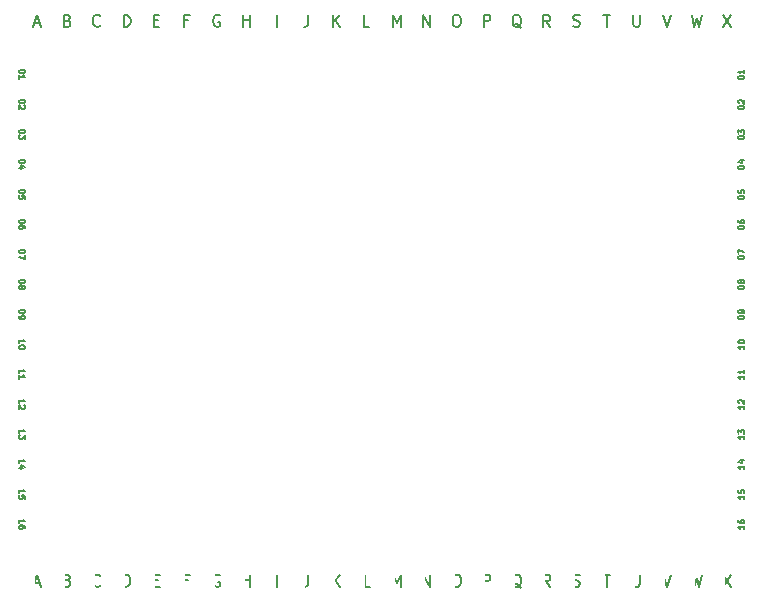
<source format=gbr>
G04 #@! TF.GenerationSoftware,KiCad,Pcbnew,9.0.1*
G04 #@! TF.CreationDate,2025-05-07T17:16:48-04:00*
G04 #@! TF.ProjectId,matrix-protoboard_18x24,6d617472-6978-42d7-9072-6f746f626f61,rev?*
G04 #@! TF.SameCoordinates,Original*
G04 #@! TF.FileFunction,Legend,Top*
G04 #@! TF.FilePolarity,Positive*
%FSLAX46Y46*%
G04 Gerber Fmt 4.6, Leading zero omitted, Abs format (unit mm)*
G04 Created by KiCad (PCBNEW 9.0.1) date 2025-05-07 17:16:48*
%MOMM*%
%LPD*%
G01*
G04 APERTURE LIST*
G04 Aperture macros list*
%AMFreePoly0*
4,1,77,0.076255,0.950392,0.076609,0.950246,0.141775,0.906775,0.408050,0.640500,0.550000,0.640500,0.626255,0.625392,0.626609,0.625246,0.699279,0.573850,0.735246,0.516609,0.735392,0.516255,0.750168,0.428482,0.735392,0.363745,0.735246,0.363391,0.691775,0.298225,0.550500,0.156950,0.550500,-0.276950,0.691775,-0.418225,0.735246,-0.483391,0.735392,-0.483745,0.750168,-0.571518,
0.735392,-0.636255,0.735246,-0.636609,0.683850,-0.709279,0.626609,-0.745246,0.626255,-0.745392,0.550000,-0.760500,0.538500,-0.760500,0.538500,-0.763000,0.523392,-0.839255,0.523246,-0.839609,0.471850,-0.912279,0.414609,-0.948246,0.414255,-0.948392,0.326482,-0.963168,0.261745,-0.948392,0.261391,-0.948246,0.196225,-0.904775,-0.005000,-0.703550,-0.206225,-0.904775,-0.271391,-0.948246,
-0.271745,-0.948392,-0.359518,-0.963168,-0.424255,-0.948392,-0.424609,-0.948246,-0.497279,-0.896850,-0.533246,-0.839609,-0.533392,-0.839255,-0.548500,-0.763000,-0.548500,-0.760500,-0.550000,-0.760500,-0.626255,-0.745392,-0.626609,-0.745246,-0.699279,-0.693850,-0.735246,-0.636609,-0.735392,-0.636255,-0.750168,-0.548482,-0.735392,-0.483745,-0.735246,-0.483391,-0.691775,-0.418225,-0.550500,-0.276950,
-0.550500,0.156950,-0.691775,0.298225,-0.735246,0.363391,-0.735392,0.363745,-0.750168,0.451518,-0.735392,0.516255,-0.735246,0.516609,-0.683850,0.589279,-0.626609,0.625246,-0.626255,0.625392,-0.550000,0.640500,-0.408050,0.640500,-0.141775,0.906775,-0.076609,0.950246,-0.076255,0.950392,0.011518,0.965168,0.076255,0.950392,0.076255,0.950392,$1*%
%AMFreePoly1*
4,1,58,0.136255,0.745392,0.136609,0.745246,0.201775,0.701775,0.440050,0.463500,0.583000,0.463500,0.659255,0.448392,0.659609,0.448246,0.732279,0.396850,0.768246,0.339609,0.768392,0.339255,0.783168,0.251482,0.768392,0.186745,0.768246,0.186391,0.724775,0.121225,0.518550,-0.085000,0.723775,-0.290225,0.767246,-0.355391,0.767392,-0.355745,0.782168,-0.443518,0.767392,-0.508255,
0.767246,-0.508609,0.715850,-0.581279,0.658609,-0.617246,0.658255,-0.617392,0.603283,-0.628283,0.592392,-0.683255,0.592246,-0.683609,0.540850,-0.756279,0.483609,-0.792246,0.483255,-0.792392,0.395482,-0.807168,0.330745,-0.792392,0.330391,-0.792246,0.265225,-0.748775,0.060000,-0.543550,-0.146225,-0.749775,-0.211391,-0.793246,-0.211745,-0.793392,-0.299518,-0.808168,-0.364255,-0.793392,
-0.364609,-0.793246,-0.437279,-0.741850,-0.473246,-0.684609,-0.473392,-0.684255,-0.488500,-0.608000,-0.488500,-0.465050,-0.726775,-0.226775,-0.770246,-0.161609,-0.770392,-0.161255,-0.785168,-0.073482,-0.770392,-0.008745,-0.770246,-0.008391,-0.726775,0.056775,-0.081775,0.701775,-0.016609,0.745246,-0.016255,0.745392,0.071518,0.760168,0.136255,0.745392,0.136255,0.745392,$1*%
G04 Aperture macros list end*
%ADD10C,0.127000*%
%ADD11C,0.150000*%
%ADD12FreePoly0,90.000000*%
%ADD13O,3.448000X1.924000*%
%ADD14FreePoly1,0.000000*%
%ADD15FreePoly0,0.000000*%
%ADD16C,1.800000*%
%ADD17C,2.600000*%
G04 APERTURE END LIST*
D10*
X143633406Y-104331762D02*
X143633406Y-104622048D01*
X143633406Y-104476905D02*
X143125406Y-104476905D01*
X143125406Y-104476905D02*
X143197977Y-104525286D01*
X143197977Y-104525286D02*
X143246358Y-104573667D01*
X143246358Y-104573667D02*
X143270549Y-104622048D01*
X143294739Y-103896333D02*
X143633406Y-103896333D01*
X143101216Y-104017285D02*
X143464073Y-104138238D01*
X143464073Y-104138238D02*
X143464073Y-103823761D01*
X82724593Y-70936904D02*
X82724593Y-70985285D01*
X82724593Y-70985285D02*
X82700403Y-71033666D01*
X82700403Y-71033666D02*
X82676212Y-71057856D01*
X82676212Y-71057856D02*
X82627831Y-71082047D01*
X82627831Y-71082047D02*
X82531069Y-71106237D01*
X82531069Y-71106237D02*
X82410117Y-71106237D01*
X82410117Y-71106237D02*
X82313355Y-71082047D01*
X82313355Y-71082047D02*
X82264974Y-71057856D01*
X82264974Y-71057856D02*
X82240784Y-71033666D01*
X82240784Y-71033666D02*
X82216593Y-70985285D01*
X82216593Y-70985285D02*
X82216593Y-70936904D01*
X82216593Y-70936904D02*
X82240784Y-70888523D01*
X82240784Y-70888523D02*
X82264974Y-70864332D01*
X82264974Y-70864332D02*
X82313355Y-70840142D01*
X82313355Y-70840142D02*
X82410117Y-70815951D01*
X82410117Y-70815951D02*
X82531069Y-70815951D01*
X82531069Y-70815951D02*
X82627831Y-70840142D01*
X82627831Y-70840142D02*
X82676212Y-70864332D01*
X82676212Y-70864332D02*
X82700403Y-70888523D01*
X82700403Y-70888523D02*
X82724593Y-70936904D01*
X82216593Y-71590047D02*
X82216593Y-71299761D01*
X82216593Y-71444904D02*
X82724593Y-71444904D01*
X82724593Y-71444904D02*
X82652022Y-71396523D01*
X82652022Y-71396523D02*
X82603641Y-71348142D01*
X82603641Y-71348142D02*
X82579450Y-71299761D01*
D11*
X131694286Y-113580819D02*
X132265714Y-113580819D01*
X131980000Y-114580819D02*
X131980000Y-113580819D01*
X104040000Y-67169819D02*
X104040000Y-66169819D01*
D10*
X82724593Y-88716904D02*
X82724593Y-88765285D01*
X82724593Y-88765285D02*
X82700403Y-88813666D01*
X82700403Y-88813666D02*
X82676212Y-88837856D01*
X82676212Y-88837856D02*
X82627831Y-88862047D01*
X82627831Y-88862047D02*
X82531069Y-88886237D01*
X82531069Y-88886237D02*
X82410117Y-88886237D01*
X82410117Y-88886237D02*
X82313355Y-88862047D01*
X82313355Y-88862047D02*
X82264974Y-88837856D01*
X82264974Y-88837856D02*
X82240784Y-88813666D01*
X82240784Y-88813666D02*
X82216593Y-88765285D01*
X82216593Y-88765285D02*
X82216593Y-88716904D01*
X82216593Y-88716904D02*
X82240784Y-88668523D01*
X82240784Y-88668523D02*
X82264974Y-88644332D01*
X82264974Y-88644332D02*
X82313355Y-88620142D01*
X82313355Y-88620142D02*
X82410117Y-88595951D01*
X82410117Y-88595951D02*
X82531069Y-88595951D01*
X82531069Y-88595951D02*
X82627831Y-88620142D01*
X82627831Y-88620142D02*
X82676212Y-88644332D01*
X82676212Y-88644332D02*
X82700403Y-88668523D01*
X82700403Y-88668523D02*
X82724593Y-88716904D01*
X82506879Y-89176523D02*
X82531069Y-89128142D01*
X82531069Y-89128142D02*
X82555260Y-89103952D01*
X82555260Y-89103952D02*
X82603641Y-89079761D01*
X82603641Y-89079761D02*
X82627831Y-89079761D01*
X82627831Y-89079761D02*
X82676212Y-89103952D01*
X82676212Y-89103952D02*
X82700403Y-89128142D01*
X82700403Y-89128142D02*
X82724593Y-89176523D01*
X82724593Y-89176523D02*
X82724593Y-89273285D01*
X82724593Y-89273285D02*
X82700403Y-89321666D01*
X82700403Y-89321666D02*
X82676212Y-89345857D01*
X82676212Y-89345857D02*
X82627831Y-89370047D01*
X82627831Y-89370047D02*
X82603641Y-89370047D01*
X82603641Y-89370047D02*
X82555260Y-89345857D01*
X82555260Y-89345857D02*
X82531069Y-89321666D01*
X82531069Y-89321666D02*
X82506879Y-89273285D01*
X82506879Y-89273285D02*
X82506879Y-89176523D01*
X82506879Y-89176523D02*
X82482688Y-89128142D01*
X82482688Y-89128142D02*
X82458498Y-89103952D01*
X82458498Y-89103952D02*
X82410117Y-89079761D01*
X82410117Y-89079761D02*
X82313355Y-89079761D01*
X82313355Y-89079761D02*
X82264974Y-89103952D01*
X82264974Y-89103952D02*
X82240784Y-89128142D01*
X82240784Y-89128142D02*
X82216593Y-89176523D01*
X82216593Y-89176523D02*
X82216593Y-89273285D01*
X82216593Y-89273285D02*
X82240784Y-89321666D01*
X82240784Y-89321666D02*
X82264974Y-89345857D01*
X82264974Y-89345857D02*
X82313355Y-89370047D01*
X82313355Y-89370047D02*
X82410117Y-89370047D01*
X82410117Y-89370047D02*
X82458498Y-89345857D01*
X82458498Y-89345857D02*
X82482688Y-89321666D01*
X82482688Y-89321666D02*
X82506879Y-89273285D01*
X143633406Y-109411762D02*
X143633406Y-109702048D01*
X143633406Y-109556905D02*
X143125406Y-109556905D01*
X143125406Y-109556905D02*
X143197977Y-109605286D01*
X143197977Y-109605286D02*
X143246358Y-109653667D01*
X143246358Y-109653667D02*
X143270549Y-109702048D01*
X143125406Y-108976333D02*
X143125406Y-109073095D01*
X143125406Y-109073095D02*
X143149596Y-109121476D01*
X143149596Y-109121476D02*
X143173787Y-109145666D01*
X143173787Y-109145666D02*
X143246358Y-109194047D01*
X143246358Y-109194047D02*
X143343120Y-109218238D01*
X143343120Y-109218238D02*
X143536644Y-109218238D01*
X143536644Y-109218238D02*
X143585025Y-109194047D01*
X143585025Y-109194047D02*
X143609216Y-109169857D01*
X143609216Y-109169857D02*
X143633406Y-109121476D01*
X143633406Y-109121476D02*
X143633406Y-109024714D01*
X143633406Y-109024714D02*
X143609216Y-108976333D01*
X143609216Y-108976333D02*
X143585025Y-108952142D01*
X143585025Y-108952142D02*
X143536644Y-108927952D01*
X143536644Y-108927952D02*
X143415692Y-108927952D01*
X143415692Y-108927952D02*
X143367311Y-108952142D01*
X143367311Y-108952142D02*
X143343120Y-108976333D01*
X143343120Y-108976333D02*
X143318930Y-109024714D01*
X143318930Y-109024714D02*
X143318930Y-109121476D01*
X143318930Y-109121476D02*
X143343120Y-109169857D01*
X143343120Y-109169857D02*
X143367311Y-109194047D01*
X143367311Y-109194047D02*
X143415692Y-109218238D01*
D11*
X124740952Y-114676057D02*
X124645714Y-114628438D01*
X124645714Y-114628438D02*
X124550476Y-114533200D01*
X124550476Y-114533200D02*
X124407619Y-114390342D01*
X124407619Y-114390342D02*
X124312381Y-114342723D01*
X124312381Y-114342723D02*
X124217143Y-114342723D01*
X124264762Y-114580819D02*
X124169524Y-114533200D01*
X124169524Y-114533200D02*
X124074286Y-114437961D01*
X124074286Y-114437961D02*
X124026667Y-114247485D01*
X124026667Y-114247485D02*
X124026667Y-113914152D01*
X124026667Y-113914152D02*
X124074286Y-113723676D01*
X124074286Y-113723676D02*
X124169524Y-113628438D01*
X124169524Y-113628438D02*
X124264762Y-113580819D01*
X124264762Y-113580819D02*
X124455238Y-113580819D01*
X124455238Y-113580819D02*
X124550476Y-113628438D01*
X124550476Y-113628438D02*
X124645714Y-113723676D01*
X124645714Y-113723676D02*
X124693333Y-113914152D01*
X124693333Y-113914152D02*
X124693333Y-114247485D01*
X124693333Y-114247485D02*
X124645714Y-114437961D01*
X124645714Y-114437961D02*
X124550476Y-114533200D01*
X124550476Y-114533200D02*
X124455238Y-114580819D01*
X124455238Y-114580819D02*
X124264762Y-114580819D01*
X136726667Y-113580819D02*
X137060000Y-114580819D01*
X137060000Y-114580819D02*
X137393333Y-113580819D01*
X91078095Y-114580819D02*
X91078095Y-113580819D01*
X91078095Y-113580819D02*
X91316190Y-113580819D01*
X91316190Y-113580819D02*
X91459047Y-113628438D01*
X91459047Y-113628438D02*
X91554285Y-113723676D01*
X91554285Y-113723676D02*
X91601904Y-113818914D01*
X91601904Y-113818914D02*
X91649523Y-114009390D01*
X91649523Y-114009390D02*
X91649523Y-114152247D01*
X91649523Y-114152247D02*
X91601904Y-114342723D01*
X91601904Y-114342723D02*
X91554285Y-114437961D01*
X91554285Y-114437961D02*
X91459047Y-114533200D01*
X91459047Y-114533200D02*
X91316190Y-114580819D01*
X91316190Y-114580819D02*
X91078095Y-114580819D01*
X96562857Y-114057009D02*
X96229524Y-114057009D01*
X96229524Y-114580819D02*
X96229524Y-113580819D01*
X96229524Y-113580819D02*
X96705714Y-113580819D01*
D10*
X143633406Y-101791762D02*
X143633406Y-102082048D01*
X143633406Y-101936905D02*
X143125406Y-101936905D01*
X143125406Y-101936905D02*
X143197977Y-101985286D01*
X143197977Y-101985286D02*
X143246358Y-102033667D01*
X143246358Y-102033667D02*
X143270549Y-102082048D01*
X143125406Y-101622428D02*
X143125406Y-101307952D01*
X143125406Y-101307952D02*
X143318930Y-101477285D01*
X143318930Y-101477285D02*
X143318930Y-101404714D01*
X143318930Y-101404714D02*
X143343120Y-101356333D01*
X143343120Y-101356333D02*
X143367311Y-101332142D01*
X143367311Y-101332142D02*
X143415692Y-101307952D01*
X143415692Y-101307952D02*
X143536644Y-101307952D01*
X143536644Y-101307952D02*
X143585025Y-101332142D01*
X143585025Y-101332142D02*
X143609216Y-101356333D01*
X143609216Y-101356333D02*
X143633406Y-101404714D01*
X143633406Y-101404714D02*
X143633406Y-101549857D01*
X143633406Y-101549857D02*
X143609216Y-101598238D01*
X143609216Y-101598238D02*
X143585025Y-101622428D01*
X143125406Y-84181095D02*
X143125406Y-84132714D01*
X143125406Y-84132714D02*
X143149596Y-84084333D01*
X143149596Y-84084333D02*
X143173787Y-84060143D01*
X143173787Y-84060143D02*
X143222168Y-84035952D01*
X143222168Y-84035952D02*
X143318930Y-84011762D01*
X143318930Y-84011762D02*
X143439882Y-84011762D01*
X143439882Y-84011762D02*
X143536644Y-84035952D01*
X143536644Y-84035952D02*
X143585025Y-84060143D01*
X143585025Y-84060143D02*
X143609216Y-84084333D01*
X143609216Y-84084333D02*
X143633406Y-84132714D01*
X143633406Y-84132714D02*
X143633406Y-84181095D01*
X143633406Y-84181095D02*
X143609216Y-84229476D01*
X143609216Y-84229476D02*
X143585025Y-84253667D01*
X143585025Y-84253667D02*
X143536644Y-84277857D01*
X143536644Y-84277857D02*
X143439882Y-84302048D01*
X143439882Y-84302048D02*
X143318930Y-84302048D01*
X143318930Y-84302048D02*
X143222168Y-84277857D01*
X143222168Y-84277857D02*
X143173787Y-84253667D01*
X143173787Y-84253667D02*
X143149596Y-84229476D01*
X143149596Y-84229476D02*
X143125406Y-84181095D01*
X143125406Y-83576333D02*
X143125406Y-83673095D01*
X143125406Y-83673095D02*
X143149596Y-83721476D01*
X143149596Y-83721476D02*
X143173787Y-83745666D01*
X143173787Y-83745666D02*
X143246358Y-83794047D01*
X143246358Y-83794047D02*
X143343120Y-83818238D01*
X143343120Y-83818238D02*
X143536644Y-83818238D01*
X143536644Y-83818238D02*
X143585025Y-83794047D01*
X143585025Y-83794047D02*
X143609216Y-83769857D01*
X143609216Y-83769857D02*
X143633406Y-83721476D01*
X143633406Y-83721476D02*
X143633406Y-83624714D01*
X143633406Y-83624714D02*
X143609216Y-83576333D01*
X143609216Y-83576333D02*
X143585025Y-83552142D01*
X143585025Y-83552142D02*
X143536644Y-83527952D01*
X143536644Y-83527952D02*
X143415692Y-83527952D01*
X143415692Y-83527952D02*
X143367311Y-83552142D01*
X143367311Y-83552142D02*
X143343120Y-83576333D01*
X143343120Y-83576333D02*
X143318930Y-83624714D01*
X143318930Y-83624714D02*
X143318930Y-83721476D01*
X143318930Y-83721476D02*
X143343120Y-83769857D01*
X143343120Y-83769857D02*
X143367311Y-83794047D01*
X143367311Y-83794047D02*
X143415692Y-83818238D01*
D11*
X93640714Y-66646009D02*
X93974047Y-66646009D01*
X94116904Y-67169819D02*
X93640714Y-67169819D01*
X93640714Y-67169819D02*
X93640714Y-66169819D01*
X93640714Y-66169819D02*
X94116904Y-66169819D01*
X127209523Y-114580819D02*
X126876190Y-114104628D01*
X126638095Y-114580819D02*
X126638095Y-113580819D01*
X126638095Y-113580819D02*
X127019047Y-113580819D01*
X127019047Y-113580819D02*
X127114285Y-113628438D01*
X127114285Y-113628438D02*
X127161904Y-113676057D01*
X127161904Y-113676057D02*
X127209523Y-113771295D01*
X127209523Y-113771295D02*
X127209523Y-113914152D01*
X127209523Y-113914152D02*
X127161904Y-114009390D01*
X127161904Y-114009390D02*
X127114285Y-114057009D01*
X127114285Y-114057009D02*
X127019047Y-114104628D01*
X127019047Y-114104628D02*
X126638095Y-114104628D01*
D10*
X82216593Y-101586237D02*
X82216593Y-101295951D01*
X82216593Y-101441094D02*
X82724593Y-101441094D01*
X82724593Y-101441094D02*
X82652022Y-101392713D01*
X82652022Y-101392713D02*
X82603641Y-101344332D01*
X82603641Y-101344332D02*
X82579450Y-101295951D01*
X82724593Y-101755571D02*
X82724593Y-102070047D01*
X82724593Y-102070047D02*
X82531069Y-101900714D01*
X82531069Y-101900714D02*
X82531069Y-101973285D01*
X82531069Y-101973285D02*
X82506879Y-102021666D01*
X82506879Y-102021666D02*
X82482688Y-102045857D01*
X82482688Y-102045857D02*
X82434307Y-102070047D01*
X82434307Y-102070047D02*
X82313355Y-102070047D01*
X82313355Y-102070047D02*
X82264974Y-102045857D01*
X82264974Y-102045857D02*
X82240784Y-102021666D01*
X82240784Y-102021666D02*
X82216593Y-101973285D01*
X82216593Y-101973285D02*
X82216593Y-101828142D01*
X82216593Y-101828142D02*
X82240784Y-101779761D01*
X82240784Y-101779761D02*
X82264974Y-101755571D01*
X143633406Y-99251762D02*
X143633406Y-99542048D01*
X143633406Y-99396905D02*
X143125406Y-99396905D01*
X143125406Y-99396905D02*
X143197977Y-99445286D01*
X143197977Y-99445286D02*
X143246358Y-99493667D01*
X143246358Y-99493667D02*
X143270549Y-99542048D01*
X143173787Y-99058238D02*
X143149596Y-99034047D01*
X143149596Y-99034047D02*
X143125406Y-98985666D01*
X143125406Y-98985666D02*
X143125406Y-98864714D01*
X143125406Y-98864714D02*
X143149596Y-98816333D01*
X143149596Y-98816333D02*
X143173787Y-98792142D01*
X143173787Y-98792142D02*
X143222168Y-98767952D01*
X143222168Y-98767952D02*
X143270549Y-98767952D01*
X143270549Y-98767952D02*
X143343120Y-98792142D01*
X143343120Y-98792142D02*
X143633406Y-99082428D01*
X143633406Y-99082428D02*
X143633406Y-98767952D01*
D11*
X124735952Y-67265057D02*
X124640714Y-67217438D01*
X124640714Y-67217438D02*
X124545476Y-67122200D01*
X124545476Y-67122200D02*
X124402619Y-66979342D01*
X124402619Y-66979342D02*
X124307381Y-66931723D01*
X124307381Y-66931723D02*
X124212143Y-66931723D01*
X124259762Y-67169819D02*
X124164524Y-67122200D01*
X124164524Y-67122200D02*
X124069286Y-67026961D01*
X124069286Y-67026961D02*
X124021667Y-66836485D01*
X124021667Y-66836485D02*
X124021667Y-66503152D01*
X124021667Y-66503152D02*
X124069286Y-66312676D01*
X124069286Y-66312676D02*
X124164524Y-66217438D01*
X124164524Y-66217438D02*
X124259762Y-66169819D01*
X124259762Y-66169819D02*
X124450238Y-66169819D01*
X124450238Y-66169819D02*
X124545476Y-66217438D01*
X124545476Y-66217438D02*
X124640714Y-66312676D01*
X124640714Y-66312676D02*
X124688333Y-66503152D01*
X124688333Y-66503152D02*
X124688333Y-66836485D01*
X124688333Y-66836485D02*
X124640714Y-67026961D01*
X124640714Y-67026961D02*
X124545476Y-67122200D01*
X124545476Y-67122200D02*
X124450238Y-67169819D01*
X124450238Y-67169819D02*
X124259762Y-67169819D01*
D10*
X143125406Y-71481095D02*
X143125406Y-71432714D01*
X143125406Y-71432714D02*
X143149596Y-71384333D01*
X143149596Y-71384333D02*
X143173787Y-71360143D01*
X143173787Y-71360143D02*
X143222168Y-71335952D01*
X143222168Y-71335952D02*
X143318930Y-71311762D01*
X143318930Y-71311762D02*
X143439882Y-71311762D01*
X143439882Y-71311762D02*
X143536644Y-71335952D01*
X143536644Y-71335952D02*
X143585025Y-71360143D01*
X143585025Y-71360143D02*
X143609216Y-71384333D01*
X143609216Y-71384333D02*
X143633406Y-71432714D01*
X143633406Y-71432714D02*
X143633406Y-71481095D01*
X143633406Y-71481095D02*
X143609216Y-71529476D01*
X143609216Y-71529476D02*
X143585025Y-71553667D01*
X143585025Y-71553667D02*
X143536644Y-71577857D01*
X143536644Y-71577857D02*
X143439882Y-71602048D01*
X143439882Y-71602048D02*
X143318930Y-71602048D01*
X143318930Y-71602048D02*
X143222168Y-71577857D01*
X143222168Y-71577857D02*
X143173787Y-71553667D01*
X143173787Y-71553667D02*
X143149596Y-71529476D01*
X143149596Y-71529476D02*
X143125406Y-71481095D01*
X143633406Y-70827952D02*
X143633406Y-71118238D01*
X143633406Y-70973095D02*
X143125406Y-70973095D01*
X143125406Y-70973095D02*
X143197977Y-71021476D01*
X143197977Y-71021476D02*
X143246358Y-71069857D01*
X143246358Y-71069857D02*
X143270549Y-71118238D01*
D11*
X129154286Y-114533200D02*
X129297143Y-114580819D01*
X129297143Y-114580819D02*
X129535238Y-114580819D01*
X129535238Y-114580819D02*
X129630476Y-114533200D01*
X129630476Y-114533200D02*
X129678095Y-114485580D01*
X129678095Y-114485580D02*
X129725714Y-114390342D01*
X129725714Y-114390342D02*
X129725714Y-114295104D01*
X129725714Y-114295104D02*
X129678095Y-114199866D01*
X129678095Y-114199866D02*
X129630476Y-114152247D01*
X129630476Y-114152247D02*
X129535238Y-114104628D01*
X129535238Y-114104628D02*
X129344762Y-114057009D01*
X129344762Y-114057009D02*
X129249524Y-114009390D01*
X129249524Y-114009390D02*
X129201905Y-113961771D01*
X129201905Y-113961771D02*
X129154286Y-113866533D01*
X129154286Y-113866533D02*
X129154286Y-113771295D01*
X129154286Y-113771295D02*
X129201905Y-113676057D01*
X129201905Y-113676057D02*
X129249524Y-113628438D01*
X129249524Y-113628438D02*
X129344762Y-113580819D01*
X129344762Y-113580819D02*
X129582857Y-113580819D01*
X129582857Y-113580819D02*
X129725714Y-113628438D01*
D10*
X143125406Y-86721095D02*
X143125406Y-86672714D01*
X143125406Y-86672714D02*
X143149596Y-86624333D01*
X143149596Y-86624333D02*
X143173787Y-86600143D01*
X143173787Y-86600143D02*
X143222168Y-86575952D01*
X143222168Y-86575952D02*
X143318930Y-86551762D01*
X143318930Y-86551762D02*
X143439882Y-86551762D01*
X143439882Y-86551762D02*
X143536644Y-86575952D01*
X143536644Y-86575952D02*
X143585025Y-86600143D01*
X143585025Y-86600143D02*
X143609216Y-86624333D01*
X143609216Y-86624333D02*
X143633406Y-86672714D01*
X143633406Y-86672714D02*
X143633406Y-86721095D01*
X143633406Y-86721095D02*
X143609216Y-86769476D01*
X143609216Y-86769476D02*
X143585025Y-86793667D01*
X143585025Y-86793667D02*
X143536644Y-86817857D01*
X143536644Y-86817857D02*
X143439882Y-86842048D01*
X143439882Y-86842048D02*
X143318930Y-86842048D01*
X143318930Y-86842048D02*
X143222168Y-86817857D01*
X143222168Y-86817857D02*
X143173787Y-86793667D01*
X143173787Y-86793667D02*
X143149596Y-86769476D01*
X143149596Y-86769476D02*
X143125406Y-86721095D01*
X143125406Y-86382428D02*
X143125406Y-86043761D01*
X143125406Y-86043761D02*
X143633406Y-86261476D01*
D11*
X99216904Y-66217438D02*
X99121666Y-66169819D01*
X99121666Y-66169819D02*
X98978809Y-66169819D01*
X98978809Y-66169819D02*
X98835952Y-66217438D01*
X98835952Y-66217438D02*
X98740714Y-66312676D01*
X98740714Y-66312676D02*
X98693095Y-66407914D01*
X98693095Y-66407914D02*
X98645476Y-66598390D01*
X98645476Y-66598390D02*
X98645476Y-66741247D01*
X98645476Y-66741247D02*
X98693095Y-66931723D01*
X98693095Y-66931723D02*
X98740714Y-67026961D01*
X98740714Y-67026961D02*
X98835952Y-67122200D01*
X98835952Y-67122200D02*
X98978809Y-67169819D01*
X98978809Y-67169819D02*
X99074047Y-67169819D01*
X99074047Y-67169819D02*
X99216904Y-67122200D01*
X99216904Y-67122200D02*
X99264523Y-67074580D01*
X99264523Y-67074580D02*
X99264523Y-66741247D01*
X99264523Y-66741247D02*
X99074047Y-66741247D01*
X116454286Y-67169819D02*
X116454286Y-66169819D01*
X116454286Y-66169819D02*
X117025714Y-67169819D01*
X117025714Y-67169819D02*
X117025714Y-66169819D01*
X141806667Y-113580819D02*
X142473333Y-114580819D01*
X142473333Y-113580819D02*
X141806667Y-114580819D01*
X113866667Y-114580819D02*
X113866667Y-113580819D01*
X113866667Y-113580819D02*
X114200000Y-114295104D01*
X114200000Y-114295104D02*
X114533333Y-113580819D01*
X114533333Y-113580819D02*
X114533333Y-114580819D01*
X129144286Y-67122200D02*
X129287143Y-67169819D01*
X129287143Y-67169819D02*
X129525238Y-67169819D01*
X129525238Y-67169819D02*
X129620476Y-67122200D01*
X129620476Y-67122200D02*
X129668095Y-67074580D01*
X129668095Y-67074580D02*
X129715714Y-66979342D01*
X129715714Y-66979342D02*
X129715714Y-66884104D01*
X129715714Y-66884104D02*
X129668095Y-66788866D01*
X129668095Y-66788866D02*
X129620476Y-66741247D01*
X129620476Y-66741247D02*
X129525238Y-66693628D01*
X129525238Y-66693628D02*
X129334762Y-66646009D01*
X129334762Y-66646009D02*
X129239524Y-66598390D01*
X129239524Y-66598390D02*
X129191905Y-66550771D01*
X129191905Y-66550771D02*
X129144286Y-66455533D01*
X129144286Y-66455533D02*
X129144286Y-66360295D01*
X129144286Y-66360295D02*
X129191905Y-66265057D01*
X129191905Y-66265057D02*
X129239524Y-66217438D01*
X129239524Y-66217438D02*
X129334762Y-66169819D01*
X129334762Y-66169819D02*
X129572857Y-66169819D01*
X129572857Y-66169819D02*
X129715714Y-66217438D01*
D10*
X143125406Y-81641095D02*
X143125406Y-81592714D01*
X143125406Y-81592714D02*
X143149596Y-81544333D01*
X143149596Y-81544333D02*
X143173787Y-81520143D01*
X143173787Y-81520143D02*
X143222168Y-81495952D01*
X143222168Y-81495952D02*
X143318930Y-81471762D01*
X143318930Y-81471762D02*
X143439882Y-81471762D01*
X143439882Y-81471762D02*
X143536644Y-81495952D01*
X143536644Y-81495952D02*
X143585025Y-81520143D01*
X143585025Y-81520143D02*
X143609216Y-81544333D01*
X143609216Y-81544333D02*
X143633406Y-81592714D01*
X143633406Y-81592714D02*
X143633406Y-81641095D01*
X143633406Y-81641095D02*
X143609216Y-81689476D01*
X143609216Y-81689476D02*
X143585025Y-81713667D01*
X143585025Y-81713667D02*
X143536644Y-81737857D01*
X143536644Y-81737857D02*
X143439882Y-81762048D01*
X143439882Y-81762048D02*
X143318930Y-81762048D01*
X143318930Y-81762048D02*
X143222168Y-81737857D01*
X143222168Y-81737857D02*
X143173787Y-81713667D01*
X143173787Y-81713667D02*
X143149596Y-81689476D01*
X143149596Y-81689476D02*
X143125406Y-81641095D01*
X143125406Y-81012142D02*
X143125406Y-81254047D01*
X143125406Y-81254047D02*
X143367311Y-81278238D01*
X143367311Y-81278238D02*
X143343120Y-81254047D01*
X143343120Y-81254047D02*
X143318930Y-81205666D01*
X143318930Y-81205666D02*
X143318930Y-81084714D01*
X143318930Y-81084714D02*
X143343120Y-81036333D01*
X143343120Y-81036333D02*
X143367311Y-81012142D01*
X143367311Y-81012142D02*
X143415692Y-80987952D01*
X143415692Y-80987952D02*
X143536644Y-80987952D01*
X143536644Y-80987952D02*
X143585025Y-81012142D01*
X143585025Y-81012142D02*
X143609216Y-81036333D01*
X143609216Y-81036333D02*
X143633406Y-81084714D01*
X143633406Y-81084714D02*
X143633406Y-81205666D01*
X143633406Y-81205666D02*
X143609216Y-81254047D01*
X143609216Y-81254047D02*
X143585025Y-81278238D01*
X143125406Y-79101095D02*
X143125406Y-79052714D01*
X143125406Y-79052714D02*
X143149596Y-79004333D01*
X143149596Y-79004333D02*
X143173787Y-78980143D01*
X143173787Y-78980143D02*
X143222168Y-78955952D01*
X143222168Y-78955952D02*
X143318930Y-78931762D01*
X143318930Y-78931762D02*
X143439882Y-78931762D01*
X143439882Y-78931762D02*
X143536644Y-78955952D01*
X143536644Y-78955952D02*
X143585025Y-78980143D01*
X143585025Y-78980143D02*
X143609216Y-79004333D01*
X143609216Y-79004333D02*
X143633406Y-79052714D01*
X143633406Y-79052714D02*
X143633406Y-79101095D01*
X143633406Y-79101095D02*
X143609216Y-79149476D01*
X143609216Y-79149476D02*
X143585025Y-79173667D01*
X143585025Y-79173667D02*
X143536644Y-79197857D01*
X143536644Y-79197857D02*
X143439882Y-79222048D01*
X143439882Y-79222048D02*
X143318930Y-79222048D01*
X143318930Y-79222048D02*
X143222168Y-79197857D01*
X143222168Y-79197857D02*
X143173787Y-79173667D01*
X143173787Y-79173667D02*
X143149596Y-79149476D01*
X143149596Y-79149476D02*
X143125406Y-79101095D01*
X143294739Y-78496333D02*
X143633406Y-78496333D01*
X143101216Y-78617285D02*
X143464073Y-78738238D01*
X143464073Y-78738238D02*
X143464073Y-78423761D01*
D11*
X121558095Y-114580819D02*
X121558095Y-113580819D01*
X121558095Y-113580819D02*
X121939047Y-113580819D01*
X121939047Y-113580819D02*
X122034285Y-113628438D01*
X122034285Y-113628438D02*
X122081904Y-113676057D01*
X122081904Y-113676057D02*
X122129523Y-113771295D01*
X122129523Y-113771295D02*
X122129523Y-113914152D01*
X122129523Y-113914152D02*
X122081904Y-114009390D01*
X122081904Y-114009390D02*
X122034285Y-114057009D01*
X122034285Y-114057009D02*
X121939047Y-114104628D01*
X121939047Y-114104628D02*
X121558095Y-114104628D01*
D10*
X82216593Y-109206237D02*
X82216593Y-108915951D01*
X82216593Y-109061094D02*
X82724593Y-109061094D01*
X82724593Y-109061094D02*
X82652022Y-109012713D01*
X82652022Y-109012713D02*
X82603641Y-108964332D01*
X82603641Y-108964332D02*
X82579450Y-108915951D01*
X82724593Y-109641666D02*
X82724593Y-109544904D01*
X82724593Y-109544904D02*
X82700403Y-109496523D01*
X82700403Y-109496523D02*
X82676212Y-109472333D01*
X82676212Y-109472333D02*
X82603641Y-109423952D01*
X82603641Y-109423952D02*
X82506879Y-109399761D01*
X82506879Y-109399761D02*
X82313355Y-109399761D01*
X82313355Y-109399761D02*
X82264974Y-109423952D01*
X82264974Y-109423952D02*
X82240784Y-109448142D01*
X82240784Y-109448142D02*
X82216593Y-109496523D01*
X82216593Y-109496523D02*
X82216593Y-109593285D01*
X82216593Y-109593285D02*
X82240784Y-109641666D01*
X82240784Y-109641666D02*
X82264974Y-109665857D01*
X82264974Y-109665857D02*
X82313355Y-109690047D01*
X82313355Y-109690047D02*
X82434307Y-109690047D01*
X82434307Y-109690047D02*
X82482688Y-109665857D01*
X82482688Y-109665857D02*
X82506879Y-109641666D01*
X82506879Y-109641666D02*
X82531069Y-109593285D01*
X82531069Y-109593285D02*
X82531069Y-109496523D01*
X82531069Y-109496523D02*
X82506879Y-109448142D01*
X82506879Y-109448142D02*
X82482688Y-109423952D01*
X82482688Y-109423952D02*
X82434307Y-109399761D01*
D11*
X106722857Y-113580819D02*
X106722857Y-114295104D01*
X106722857Y-114295104D02*
X106675238Y-114437961D01*
X106675238Y-114437961D02*
X106580000Y-114533200D01*
X106580000Y-114533200D02*
X106437143Y-114580819D01*
X106437143Y-114580819D02*
X106341905Y-114580819D01*
X121568095Y-67169819D02*
X121568095Y-66169819D01*
X121568095Y-66169819D02*
X121949047Y-66169819D01*
X121949047Y-66169819D02*
X122044285Y-66217438D01*
X122044285Y-66217438D02*
X122091904Y-66265057D01*
X122091904Y-66265057D02*
X122139523Y-66360295D01*
X122139523Y-66360295D02*
X122139523Y-66503152D01*
X122139523Y-66503152D02*
X122091904Y-66598390D01*
X122091904Y-66598390D02*
X122044285Y-66646009D01*
X122044285Y-66646009D02*
X121949047Y-66693628D01*
X121949047Y-66693628D02*
X121568095Y-66693628D01*
D10*
X143633406Y-96711762D02*
X143633406Y-97002048D01*
X143633406Y-96856905D02*
X143125406Y-96856905D01*
X143125406Y-96856905D02*
X143197977Y-96905286D01*
X143197977Y-96905286D02*
X143246358Y-96953667D01*
X143246358Y-96953667D02*
X143270549Y-97002048D01*
X143633406Y-96227952D02*
X143633406Y-96518238D01*
X143633406Y-96373095D02*
X143125406Y-96373095D01*
X143125406Y-96373095D02*
X143197977Y-96421476D01*
X143197977Y-96421476D02*
X143246358Y-96469857D01*
X143246358Y-96469857D02*
X143270549Y-96518238D01*
X143633406Y-106871762D02*
X143633406Y-107162048D01*
X143633406Y-107016905D02*
X143125406Y-107016905D01*
X143125406Y-107016905D02*
X143197977Y-107065286D01*
X143197977Y-107065286D02*
X143246358Y-107113667D01*
X143246358Y-107113667D02*
X143270549Y-107162048D01*
X143125406Y-106412142D02*
X143125406Y-106654047D01*
X143125406Y-106654047D02*
X143367311Y-106678238D01*
X143367311Y-106678238D02*
X143343120Y-106654047D01*
X143343120Y-106654047D02*
X143318930Y-106605666D01*
X143318930Y-106605666D02*
X143318930Y-106484714D01*
X143318930Y-106484714D02*
X143343120Y-106436333D01*
X143343120Y-106436333D02*
X143367311Y-106412142D01*
X143367311Y-106412142D02*
X143415692Y-106387952D01*
X143415692Y-106387952D02*
X143536644Y-106387952D01*
X143536644Y-106387952D02*
X143585025Y-106412142D01*
X143585025Y-106412142D02*
X143609216Y-106436333D01*
X143609216Y-106436333D02*
X143633406Y-106484714D01*
X143633406Y-106484714D02*
X143633406Y-106605666D01*
X143633406Y-106605666D02*
X143609216Y-106654047D01*
X143609216Y-106654047D02*
X143585025Y-106678238D01*
X82724593Y-86176904D02*
X82724593Y-86225285D01*
X82724593Y-86225285D02*
X82700403Y-86273666D01*
X82700403Y-86273666D02*
X82676212Y-86297856D01*
X82676212Y-86297856D02*
X82627831Y-86322047D01*
X82627831Y-86322047D02*
X82531069Y-86346237D01*
X82531069Y-86346237D02*
X82410117Y-86346237D01*
X82410117Y-86346237D02*
X82313355Y-86322047D01*
X82313355Y-86322047D02*
X82264974Y-86297856D01*
X82264974Y-86297856D02*
X82240784Y-86273666D01*
X82240784Y-86273666D02*
X82216593Y-86225285D01*
X82216593Y-86225285D02*
X82216593Y-86176904D01*
X82216593Y-86176904D02*
X82240784Y-86128523D01*
X82240784Y-86128523D02*
X82264974Y-86104332D01*
X82264974Y-86104332D02*
X82313355Y-86080142D01*
X82313355Y-86080142D02*
X82410117Y-86055951D01*
X82410117Y-86055951D02*
X82531069Y-86055951D01*
X82531069Y-86055951D02*
X82627831Y-86080142D01*
X82627831Y-86080142D02*
X82676212Y-86104332D01*
X82676212Y-86104332D02*
X82700403Y-86128523D01*
X82700403Y-86128523D02*
X82724593Y-86176904D01*
X82724593Y-86515571D02*
X82724593Y-86854238D01*
X82724593Y-86854238D02*
X82216593Y-86636523D01*
X82216593Y-104126237D02*
X82216593Y-103835951D01*
X82216593Y-103981094D02*
X82724593Y-103981094D01*
X82724593Y-103981094D02*
X82652022Y-103932713D01*
X82652022Y-103932713D02*
X82603641Y-103884332D01*
X82603641Y-103884332D02*
X82579450Y-103835951D01*
X82555260Y-104561666D02*
X82216593Y-104561666D01*
X82748784Y-104440714D02*
X82385926Y-104319761D01*
X82385926Y-104319761D02*
X82385926Y-104634238D01*
D11*
X136726667Y-66169819D02*
X137060000Y-67169819D01*
X137060000Y-67169819D02*
X137393333Y-66169819D01*
X96562857Y-66646009D02*
X96229524Y-66646009D01*
X96229524Y-67169819D02*
X96229524Y-66169819D01*
X96229524Y-66169819D02*
X96705714Y-66169819D01*
X101214286Y-114580819D02*
X101214286Y-113580819D01*
X101214286Y-114057009D02*
X101785714Y-114057009D01*
X101785714Y-114580819D02*
X101785714Y-113580819D01*
X139171429Y-66169819D02*
X139409524Y-67169819D01*
X139409524Y-67169819D02*
X139600000Y-66455533D01*
X139600000Y-66455533D02*
X139790476Y-67169819D01*
X139790476Y-67169819D02*
X140028572Y-66169819D01*
X111969523Y-114580819D02*
X111493333Y-114580819D01*
X111493333Y-114580819D02*
X111493333Y-113580819D01*
D10*
X82216593Y-99046237D02*
X82216593Y-98755951D01*
X82216593Y-98901094D02*
X82724593Y-98901094D01*
X82724593Y-98901094D02*
X82652022Y-98852713D01*
X82652022Y-98852713D02*
X82603641Y-98804332D01*
X82603641Y-98804332D02*
X82579450Y-98755951D01*
X82676212Y-99239761D02*
X82700403Y-99263952D01*
X82700403Y-99263952D02*
X82724593Y-99312333D01*
X82724593Y-99312333D02*
X82724593Y-99433285D01*
X82724593Y-99433285D02*
X82700403Y-99481666D01*
X82700403Y-99481666D02*
X82676212Y-99505857D01*
X82676212Y-99505857D02*
X82627831Y-99530047D01*
X82627831Y-99530047D02*
X82579450Y-99530047D01*
X82579450Y-99530047D02*
X82506879Y-99505857D01*
X82506879Y-99505857D02*
X82216593Y-99215571D01*
X82216593Y-99215571D02*
X82216593Y-99530047D01*
X82216593Y-93966237D02*
X82216593Y-93675951D01*
X82216593Y-93821094D02*
X82724593Y-93821094D01*
X82724593Y-93821094D02*
X82652022Y-93772713D01*
X82652022Y-93772713D02*
X82603641Y-93724332D01*
X82603641Y-93724332D02*
X82579450Y-93675951D01*
X82724593Y-94280714D02*
X82724593Y-94329095D01*
X82724593Y-94329095D02*
X82700403Y-94377476D01*
X82700403Y-94377476D02*
X82676212Y-94401666D01*
X82676212Y-94401666D02*
X82627831Y-94425857D01*
X82627831Y-94425857D02*
X82531069Y-94450047D01*
X82531069Y-94450047D02*
X82410117Y-94450047D01*
X82410117Y-94450047D02*
X82313355Y-94425857D01*
X82313355Y-94425857D02*
X82264974Y-94401666D01*
X82264974Y-94401666D02*
X82240784Y-94377476D01*
X82240784Y-94377476D02*
X82216593Y-94329095D01*
X82216593Y-94329095D02*
X82216593Y-94280714D01*
X82216593Y-94280714D02*
X82240784Y-94232333D01*
X82240784Y-94232333D02*
X82264974Y-94208142D01*
X82264974Y-94208142D02*
X82313355Y-94183952D01*
X82313355Y-94183952D02*
X82410117Y-94159761D01*
X82410117Y-94159761D02*
X82531069Y-94159761D01*
X82531069Y-94159761D02*
X82627831Y-94183952D01*
X82627831Y-94183952D02*
X82676212Y-94208142D01*
X82676212Y-94208142D02*
X82700403Y-94232333D01*
X82700403Y-94232333D02*
X82724593Y-94280714D01*
X82724593Y-78556904D02*
X82724593Y-78605285D01*
X82724593Y-78605285D02*
X82700403Y-78653666D01*
X82700403Y-78653666D02*
X82676212Y-78677856D01*
X82676212Y-78677856D02*
X82627831Y-78702047D01*
X82627831Y-78702047D02*
X82531069Y-78726237D01*
X82531069Y-78726237D02*
X82410117Y-78726237D01*
X82410117Y-78726237D02*
X82313355Y-78702047D01*
X82313355Y-78702047D02*
X82264974Y-78677856D01*
X82264974Y-78677856D02*
X82240784Y-78653666D01*
X82240784Y-78653666D02*
X82216593Y-78605285D01*
X82216593Y-78605285D02*
X82216593Y-78556904D01*
X82216593Y-78556904D02*
X82240784Y-78508523D01*
X82240784Y-78508523D02*
X82264974Y-78484332D01*
X82264974Y-78484332D02*
X82313355Y-78460142D01*
X82313355Y-78460142D02*
X82410117Y-78435951D01*
X82410117Y-78435951D02*
X82531069Y-78435951D01*
X82531069Y-78435951D02*
X82627831Y-78460142D01*
X82627831Y-78460142D02*
X82676212Y-78484332D01*
X82676212Y-78484332D02*
X82700403Y-78508523D01*
X82700403Y-78508523D02*
X82724593Y-78556904D01*
X82555260Y-79161666D02*
X82216593Y-79161666D01*
X82748784Y-79040714D02*
X82385926Y-78919761D01*
X82385926Y-78919761D02*
X82385926Y-79234238D01*
D11*
X99221904Y-113628438D02*
X99126666Y-113580819D01*
X99126666Y-113580819D02*
X98983809Y-113580819D01*
X98983809Y-113580819D02*
X98840952Y-113628438D01*
X98840952Y-113628438D02*
X98745714Y-113723676D01*
X98745714Y-113723676D02*
X98698095Y-113818914D01*
X98698095Y-113818914D02*
X98650476Y-114009390D01*
X98650476Y-114009390D02*
X98650476Y-114152247D01*
X98650476Y-114152247D02*
X98698095Y-114342723D01*
X98698095Y-114342723D02*
X98745714Y-114437961D01*
X98745714Y-114437961D02*
X98840952Y-114533200D01*
X98840952Y-114533200D02*
X98983809Y-114580819D01*
X98983809Y-114580819D02*
X99079047Y-114580819D01*
X99079047Y-114580819D02*
X99221904Y-114533200D01*
X99221904Y-114533200D02*
X99269523Y-114485580D01*
X99269523Y-114485580D02*
X99269523Y-114152247D01*
X99269523Y-114152247D02*
X99079047Y-114152247D01*
X113871667Y-67169819D02*
X113871667Y-66169819D01*
X113871667Y-66169819D02*
X114205000Y-66884104D01*
X114205000Y-66884104D02*
X114538333Y-66169819D01*
X114538333Y-66169819D02*
X114538333Y-67169819D01*
D10*
X82724593Y-76016904D02*
X82724593Y-76065285D01*
X82724593Y-76065285D02*
X82700403Y-76113666D01*
X82700403Y-76113666D02*
X82676212Y-76137856D01*
X82676212Y-76137856D02*
X82627831Y-76162047D01*
X82627831Y-76162047D02*
X82531069Y-76186237D01*
X82531069Y-76186237D02*
X82410117Y-76186237D01*
X82410117Y-76186237D02*
X82313355Y-76162047D01*
X82313355Y-76162047D02*
X82264974Y-76137856D01*
X82264974Y-76137856D02*
X82240784Y-76113666D01*
X82240784Y-76113666D02*
X82216593Y-76065285D01*
X82216593Y-76065285D02*
X82216593Y-76016904D01*
X82216593Y-76016904D02*
X82240784Y-75968523D01*
X82240784Y-75968523D02*
X82264974Y-75944332D01*
X82264974Y-75944332D02*
X82313355Y-75920142D01*
X82313355Y-75920142D02*
X82410117Y-75895951D01*
X82410117Y-75895951D02*
X82531069Y-75895951D01*
X82531069Y-75895951D02*
X82627831Y-75920142D01*
X82627831Y-75920142D02*
X82676212Y-75944332D01*
X82676212Y-75944332D02*
X82700403Y-75968523D01*
X82700403Y-75968523D02*
X82724593Y-76016904D01*
X82724593Y-76355571D02*
X82724593Y-76670047D01*
X82724593Y-76670047D02*
X82531069Y-76500714D01*
X82531069Y-76500714D02*
X82531069Y-76573285D01*
X82531069Y-76573285D02*
X82506879Y-76621666D01*
X82506879Y-76621666D02*
X82482688Y-76645857D01*
X82482688Y-76645857D02*
X82434307Y-76670047D01*
X82434307Y-76670047D02*
X82313355Y-76670047D01*
X82313355Y-76670047D02*
X82264974Y-76645857D01*
X82264974Y-76645857D02*
X82240784Y-76621666D01*
X82240784Y-76621666D02*
X82216593Y-76573285D01*
X82216593Y-76573285D02*
X82216593Y-76428142D01*
X82216593Y-76428142D02*
X82240784Y-76379761D01*
X82240784Y-76379761D02*
X82264974Y-76355571D01*
X82724593Y-91256904D02*
X82724593Y-91305285D01*
X82724593Y-91305285D02*
X82700403Y-91353666D01*
X82700403Y-91353666D02*
X82676212Y-91377856D01*
X82676212Y-91377856D02*
X82627831Y-91402047D01*
X82627831Y-91402047D02*
X82531069Y-91426237D01*
X82531069Y-91426237D02*
X82410117Y-91426237D01*
X82410117Y-91426237D02*
X82313355Y-91402047D01*
X82313355Y-91402047D02*
X82264974Y-91377856D01*
X82264974Y-91377856D02*
X82240784Y-91353666D01*
X82240784Y-91353666D02*
X82216593Y-91305285D01*
X82216593Y-91305285D02*
X82216593Y-91256904D01*
X82216593Y-91256904D02*
X82240784Y-91208523D01*
X82240784Y-91208523D02*
X82264974Y-91184332D01*
X82264974Y-91184332D02*
X82313355Y-91160142D01*
X82313355Y-91160142D02*
X82410117Y-91135951D01*
X82410117Y-91135951D02*
X82531069Y-91135951D01*
X82531069Y-91135951D02*
X82627831Y-91160142D01*
X82627831Y-91160142D02*
X82676212Y-91184332D01*
X82676212Y-91184332D02*
X82700403Y-91208523D01*
X82700403Y-91208523D02*
X82724593Y-91256904D01*
X82216593Y-91668142D02*
X82216593Y-91764904D01*
X82216593Y-91764904D02*
X82240784Y-91813285D01*
X82240784Y-91813285D02*
X82264974Y-91837476D01*
X82264974Y-91837476D02*
X82337545Y-91885857D01*
X82337545Y-91885857D02*
X82434307Y-91910047D01*
X82434307Y-91910047D02*
X82627831Y-91910047D01*
X82627831Y-91910047D02*
X82676212Y-91885857D01*
X82676212Y-91885857D02*
X82700403Y-91861666D01*
X82700403Y-91861666D02*
X82724593Y-91813285D01*
X82724593Y-91813285D02*
X82724593Y-91716523D01*
X82724593Y-91716523D02*
X82700403Y-91668142D01*
X82700403Y-91668142D02*
X82676212Y-91643952D01*
X82676212Y-91643952D02*
X82627831Y-91619761D01*
X82627831Y-91619761D02*
X82506879Y-91619761D01*
X82506879Y-91619761D02*
X82458498Y-91643952D01*
X82458498Y-91643952D02*
X82434307Y-91668142D01*
X82434307Y-91668142D02*
X82410117Y-91716523D01*
X82410117Y-91716523D02*
X82410117Y-91813285D01*
X82410117Y-91813285D02*
X82434307Y-91861666D01*
X82434307Y-91861666D02*
X82458498Y-91885857D01*
X82458498Y-91885857D02*
X82506879Y-91910047D01*
D11*
X93665714Y-114057009D02*
X93999047Y-114057009D01*
X94141904Y-114580819D02*
X93665714Y-114580819D01*
X93665714Y-114580819D02*
X93665714Y-113580819D01*
X93665714Y-113580819D02*
X94141904Y-113580819D01*
X119184762Y-113580819D02*
X119375238Y-113580819D01*
X119375238Y-113580819D02*
X119470476Y-113628438D01*
X119470476Y-113628438D02*
X119565714Y-113723676D01*
X119565714Y-113723676D02*
X119613333Y-113914152D01*
X119613333Y-113914152D02*
X119613333Y-114247485D01*
X119613333Y-114247485D02*
X119565714Y-114437961D01*
X119565714Y-114437961D02*
X119470476Y-114533200D01*
X119470476Y-114533200D02*
X119375238Y-114580819D01*
X119375238Y-114580819D02*
X119184762Y-114580819D01*
X119184762Y-114580819D02*
X119089524Y-114533200D01*
X119089524Y-114533200D02*
X118994286Y-114437961D01*
X118994286Y-114437961D02*
X118946667Y-114247485D01*
X118946667Y-114247485D02*
X118946667Y-113914152D01*
X118946667Y-113914152D02*
X118994286Y-113723676D01*
X118994286Y-113723676D02*
X119089524Y-113628438D01*
X119089524Y-113628438D02*
X119184762Y-113580819D01*
X134234286Y-113580819D02*
X134234286Y-114390342D01*
X134234286Y-114390342D02*
X134281905Y-114485580D01*
X134281905Y-114485580D02*
X134329524Y-114533200D01*
X134329524Y-114533200D02*
X134424762Y-114580819D01*
X134424762Y-114580819D02*
X134615238Y-114580819D01*
X134615238Y-114580819D02*
X134710476Y-114533200D01*
X134710476Y-114533200D02*
X134758095Y-114485580D01*
X134758095Y-114485580D02*
X134805714Y-114390342D01*
X134805714Y-114390342D02*
X134805714Y-113580819D01*
X108858095Y-114580819D02*
X108858095Y-113580819D01*
X109429523Y-114580819D02*
X109000952Y-114009390D01*
X109429523Y-113580819D02*
X108858095Y-114152247D01*
X83481905Y-114295104D02*
X83958095Y-114295104D01*
X83386667Y-114580819D02*
X83720000Y-113580819D01*
X83720000Y-113580819D02*
X84053333Y-114580819D01*
D10*
X82724593Y-81096904D02*
X82724593Y-81145285D01*
X82724593Y-81145285D02*
X82700403Y-81193666D01*
X82700403Y-81193666D02*
X82676212Y-81217856D01*
X82676212Y-81217856D02*
X82627831Y-81242047D01*
X82627831Y-81242047D02*
X82531069Y-81266237D01*
X82531069Y-81266237D02*
X82410117Y-81266237D01*
X82410117Y-81266237D02*
X82313355Y-81242047D01*
X82313355Y-81242047D02*
X82264974Y-81217856D01*
X82264974Y-81217856D02*
X82240784Y-81193666D01*
X82240784Y-81193666D02*
X82216593Y-81145285D01*
X82216593Y-81145285D02*
X82216593Y-81096904D01*
X82216593Y-81096904D02*
X82240784Y-81048523D01*
X82240784Y-81048523D02*
X82264974Y-81024332D01*
X82264974Y-81024332D02*
X82313355Y-81000142D01*
X82313355Y-81000142D02*
X82410117Y-80975951D01*
X82410117Y-80975951D02*
X82531069Y-80975951D01*
X82531069Y-80975951D02*
X82627831Y-81000142D01*
X82627831Y-81000142D02*
X82676212Y-81024332D01*
X82676212Y-81024332D02*
X82700403Y-81048523D01*
X82700403Y-81048523D02*
X82724593Y-81096904D01*
X82724593Y-81725857D02*
X82724593Y-81483952D01*
X82724593Y-81483952D02*
X82482688Y-81459761D01*
X82482688Y-81459761D02*
X82506879Y-81483952D01*
X82506879Y-81483952D02*
X82531069Y-81532333D01*
X82531069Y-81532333D02*
X82531069Y-81653285D01*
X82531069Y-81653285D02*
X82506879Y-81701666D01*
X82506879Y-81701666D02*
X82482688Y-81725857D01*
X82482688Y-81725857D02*
X82434307Y-81750047D01*
X82434307Y-81750047D02*
X82313355Y-81750047D01*
X82313355Y-81750047D02*
X82264974Y-81725857D01*
X82264974Y-81725857D02*
X82240784Y-81701666D01*
X82240784Y-81701666D02*
X82216593Y-81653285D01*
X82216593Y-81653285D02*
X82216593Y-81532333D01*
X82216593Y-81532333D02*
X82240784Y-81483952D01*
X82240784Y-81483952D02*
X82264974Y-81459761D01*
D11*
X86331428Y-66651009D02*
X86474285Y-66698628D01*
X86474285Y-66698628D02*
X86521904Y-66746247D01*
X86521904Y-66746247D02*
X86569523Y-66841485D01*
X86569523Y-66841485D02*
X86569523Y-66984342D01*
X86569523Y-66984342D02*
X86521904Y-67079580D01*
X86521904Y-67079580D02*
X86474285Y-67127200D01*
X86474285Y-67127200D02*
X86379047Y-67174819D01*
X86379047Y-67174819D02*
X85998095Y-67174819D01*
X85998095Y-67174819D02*
X85998095Y-66174819D01*
X85998095Y-66174819D02*
X86331428Y-66174819D01*
X86331428Y-66174819D02*
X86426666Y-66222438D01*
X86426666Y-66222438D02*
X86474285Y-66270057D01*
X86474285Y-66270057D02*
X86521904Y-66365295D01*
X86521904Y-66365295D02*
X86521904Y-66460533D01*
X86521904Y-66460533D02*
X86474285Y-66555771D01*
X86474285Y-66555771D02*
X86426666Y-66603390D01*
X86426666Y-66603390D02*
X86331428Y-66651009D01*
X86331428Y-66651009D02*
X85998095Y-66651009D01*
X127189523Y-67194819D02*
X126856190Y-66718628D01*
X126618095Y-67194819D02*
X126618095Y-66194819D01*
X126618095Y-66194819D02*
X126999047Y-66194819D01*
X126999047Y-66194819D02*
X127094285Y-66242438D01*
X127094285Y-66242438D02*
X127141904Y-66290057D01*
X127141904Y-66290057D02*
X127189523Y-66385295D01*
X127189523Y-66385295D02*
X127189523Y-66528152D01*
X127189523Y-66528152D02*
X127141904Y-66623390D01*
X127141904Y-66623390D02*
X127094285Y-66671009D01*
X127094285Y-66671009D02*
X126999047Y-66718628D01*
X126999047Y-66718628D02*
X126618095Y-66718628D01*
X89089523Y-67069580D02*
X89041904Y-67117200D01*
X89041904Y-67117200D02*
X88899047Y-67164819D01*
X88899047Y-67164819D02*
X88803809Y-67164819D01*
X88803809Y-67164819D02*
X88660952Y-67117200D01*
X88660952Y-67117200D02*
X88565714Y-67021961D01*
X88565714Y-67021961D02*
X88518095Y-66926723D01*
X88518095Y-66926723D02*
X88470476Y-66736247D01*
X88470476Y-66736247D02*
X88470476Y-66593390D01*
X88470476Y-66593390D02*
X88518095Y-66402914D01*
X88518095Y-66402914D02*
X88565714Y-66307676D01*
X88565714Y-66307676D02*
X88660952Y-66212438D01*
X88660952Y-66212438D02*
X88803809Y-66164819D01*
X88803809Y-66164819D02*
X88899047Y-66164819D01*
X88899047Y-66164819D02*
X89041904Y-66212438D01*
X89041904Y-66212438D02*
X89089523Y-66260057D01*
X119184762Y-66169819D02*
X119375238Y-66169819D01*
X119375238Y-66169819D02*
X119470476Y-66217438D01*
X119470476Y-66217438D02*
X119565714Y-66312676D01*
X119565714Y-66312676D02*
X119613333Y-66503152D01*
X119613333Y-66503152D02*
X119613333Y-66836485D01*
X119613333Y-66836485D02*
X119565714Y-67026961D01*
X119565714Y-67026961D02*
X119470476Y-67122200D01*
X119470476Y-67122200D02*
X119375238Y-67169819D01*
X119375238Y-67169819D02*
X119184762Y-67169819D01*
X119184762Y-67169819D02*
X119089524Y-67122200D01*
X119089524Y-67122200D02*
X118994286Y-67026961D01*
X118994286Y-67026961D02*
X118946667Y-66836485D01*
X118946667Y-66836485D02*
X118946667Y-66503152D01*
X118946667Y-66503152D02*
X118994286Y-66312676D01*
X118994286Y-66312676D02*
X119089524Y-66217438D01*
X119089524Y-66217438D02*
X119184762Y-66169819D01*
X91093095Y-67194819D02*
X91093095Y-66194819D01*
X91093095Y-66194819D02*
X91331190Y-66194819D01*
X91331190Y-66194819D02*
X91474047Y-66242438D01*
X91474047Y-66242438D02*
X91569285Y-66337676D01*
X91569285Y-66337676D02*
X91616904Y-66432914D01*
X91616904Y-66432914D02*
X91664523Y-66623390D01*
X91664523Y-66623390D02*
X91664523Y-66766247D01*
X91664523Y-66766247D02*
X91616904Y-66956723D01*
X91616904Y-66956723D02*
X91569285Y-67051961D01*
X91569285Y-67051961D02*
X91474047Y-67147200D01*
X91474047Y-67147200D02*
X91331190Y-67194819D01*
X91331190Y-67194819D02*
X91093095Y-67194819D01*
X83481905Y-66884104D02*
X83958095Y-66884104D01*
X83386667Y-67169819D02*
X83720000Y-66169819D01*
X83720000Y-66169819D02*
X84053333Y-67169819D01*
D10*
X143125406Y-74021095D02*
X143125406Y-73972714D01*
X143125406Y-73972714D02*
X143149596Y-73924333D01*
X143149596Y-73924333D02*
X143173787Y-73900143D01*
X143173787Y-73900143D02*
X143222168Y-73875952D01*
X143222168Y-73875952D02*
X143318930Y-73851762D01*
X143318930Y-73851762D02*
X143439882Y-73851762D01*
X143439882Y-73851762D02*
X143536644Y-73875952D01*
X143536644Y-73875952D02*
X143585025Y-73900143D01*
X143585025Y-73900143D02*
X143609216Y-73924333D01*
X143609216Y-73924333D02*
X143633406Y-73972714D01*
X143633406Y-73972714D02*
X143633406Y-74021095D01*
X143633406Y-74021095D02*
X143609216Y-74069476D01*
X143609216Y-74069476D02*
X143585025Y-74093667D01*
X143585025Y-74093667D02*
X143536644Y-74117857D01*
X143536644Y-74117857D02*
X143439882Y-74142048D01*
X143439882Y-74142048D02*
X143318930Y-74142048D01*
X143318930Y-74142048D02*
X143222168Y-74117857D01*
X143222168Y-74117857D02*
X143173787Y-74093667D01*
X143173787Y-74093667D02*
X143149596Y-74069476D01*
X143149596Y-74069476D02*
X143125406Y-74021095D01*
X143173787Y-73658238D02*
X143149596Y-73634047D01*
X143149596Y-73634047D02*
X143125406Y-73585666D01*
X143125406Y-73585666D02*
X143125406Y-73464714D01*
X143125406Y-73464714D02*
X143149596Y-73416333D01*
X143149596Y-73416333D02*
X143173787Y-73392142D01*
X143173787Y-73392142D02*
X143222168Y-73367952D01*
X143222168Y-73367952D02*
X143270549Y-73367952D01*
X143270549Y-73367952D02*
X143343120Y-73392142D01*
X143343120Y-73392142D02*
X143633406Y-73682428D01*
X143633406Y-73682428D02*
X143633406Y-73367952D01*
X82724593Y-83636904D02*
X82724593Y-83685285D01*
X82724593Y-83685285D02*
X82700403Y-83733666D01*
X82700403Y-83733666D02*
X82676212Y-83757856D01*
X82676212Y-83757856D02*
X82627831Y-83782047D01*
X82627831Y-83782047D02*
X82531069Y-83806237D01*
X82531069Y-83806237D02*
X82410117Y-83806237D01*
X82410117Y-83806237D02*
X82313355Y-83782047D01*
X82313355Y-83782047D02*
X82264974Y-83757856D01*
X82264974Y-83757856D02*
X82240784Y-83733666D01*
X82240784Y-83733666D02*
X82216593Y-83685285D01*
X82216593Y-83685285D02*
X82216593Y-83636904D01*
X82216593Y-83636904D02*
X82240784Y-83588523D01*
X82240784Y-83588523D02*
X82264974Y-83564332D01*
X82264974Y-83564332D02*
X82313355Y-83540142D01*
X82313355Y-83540142D02*
X82410117Y-83515951D01*
X82410117Y-83515951D02*
X82531069Y-83515951D01*
X82531069Y-83515951D02*
X82627831Y-83540142D01*
X82627831Y-83540142D02*
X82676212Y-83564332D01*
X82676212Y-83564332D02*
X82700403Y-83588523D01*
X82700403Y-83588523D02*
X82724593Y-83636904D01*
X82724593Y-84241666D02*
X82724593Y-84144904D01*
X82724593Y-84144904D02*
X82700403Y-84096523D01*
X82700403Y-84096523D02*
X82676212Y-84072333D01*
X82676212Y-84072333D02*
X82603641Y-84023952D01*
X82603641Y-84023952D02*
X82506879Y-83999761D01*
X82506879Y-83999761D02*
X82313355Y-83999761D01*
X82313355Y-83999761D02*
X82264974Y-84023952D01*
X82264974Y-84023952D02*
X82240784Y-84048142D01*
X82240784Y-84048142D02*
X82216593Y-84096523D01*
X82216593Y-84096523D02*
X82216593Y-84193285D01*
X82216593Y-84193285D02*
X82240784Y-84241666D01*
X82240784Y-84241666D02*
X82264974Y-84265857D01*
X82264974Y-84265857D02*
X82313355Y-84290047D01*
X82313355Y-84290047D02*
X82434307Y-84290047D01*
X82434307Y-84290047D02*
X82482688Y-84265857D01*
X82482688Y-84265857D02*
X82506879Y-84241666D01*
X82506879Y-84241666D02*
X82531069Y-84193285D01*
X82531069Y-84193285D02*
X82531069Y-84096523D01*
X82531069Y-84096523D02*
X82506879Y-84048142D01*
X82506879Y-84048142D02*
X82482688Y-84023952D01*
X82482688Y-84023952D02*
X82434307Y-83999761D01*
D11*
X86331428Y-114057009D02*
X86474285Y-114104628D01*
X86474285Y-114104628D02*
X86521904Y-114152247D01*
X86521904Y-114152247D02*
X86569523Y-114247485D01*
X86569523Y-114247485D02*
X86569523Y-114390342D01*
X86569523Y-114390342D02*
X86521904Y-114485580D01*
X86521904Y-114485580D02*
X86474285Y-114533200D01*
X86474285Y-114533200D02*
X86379047Y-114580819D01*
X86379047Y-114580819D02*
X85998095Y-114580819D01*
X85998095Y-114580819D02*
X85998095Y-113580819D01*
X85998095Y-113580819D02*
X86331428Y-113580819D01*
X86331428Y-113580819D02*
X86426666Y-113628438D01*
X86426666Y-113628438D02*
X86474285Y-113676057D01*
X86474285Y-113676057D02*
X86521904Y-113771295D01*
X86521904Y-113771295D02*
X86521904Y-113866533D01*
X86521904Y-113866533D02*
X86474285Y-113961771D01*
X86474285Y-113961771D02*
X86426666Y-114009390D01*
X86426666Y-114009390D02*
X86331428Y-114057009D01*
X86331428Y-114057009D02*
X85998095Y-114057009D01*
X89109523Y-114485580D02*
X89061904Y-114533200D01*
X89061904Y-114533200D02*
X88919047Y-114580819D01*
X88919047Y-114580819D02*
X88823809Y-114580819D01*
X88823809Y-114580819D02*
X88680952Y-114533200D01*
X88680952Y-114533200D02*
X88585714Y-114437961D01*
X88585714Y-114437961D02*
X88538095Y-114342723D01*
X88538095Y-114342723D02*
X88490476Y-114152247D01*
X88490476Y-114152247D02*
X88490476Y-114009390D01*
X88490476Y-114009390D02*
X88538095Y-113818914D01*
X88538095Y-113818914D02*
X88585714Y-113723676D01*
X88585714Y-113723676D02*
X88680952Y-113628438D01*
X88680952Y-113628438D02*
X88823809Y-113580819D01*
X88823809Y-113580819D02*
X88919047Y-113580819D01*
X88919047Y-113580819D02*
X89061904Y-113628438D01*
X89061904Y-113628438D02*
X89109523Y-113676057D01*
X106722857Y-66169819D02*
X106722857Y-66884104D01*
X106722857Y-66884104D02*
X106675238Y-67026961D01*
X106675238Y-67026961D02*
X106580000Y-67122200D01*
X106580000Y-67122200D02*
X106437143Y-67169819D01*
X106437143Y-67169819D02*
X106341905Y-67169819D01*
X101219286Y-67169819D02*
X101219286Y-66169819D01*
X101219286Y-66646009D02*
X101790714Y-66646009D01*
X101790714Y-67169819D02*
X101790714Y-66169819D01*
X104040000Y-114580819D02*
X104040000Y-113580819D01*
D10*
X143125406Y-76561095D02*
X143125406Y-76512714D01*
X143125406Y-76512714D02*
X143149596Y-76464333D01*
X143149596Y-76464333D02*
X143173787Y-76440143D01*
X143173787Y-76440143D02*
X143222168Y-76415952D01*
X143222168Y-76415952D02*
X143318930Y-76391762D01*
X143318930Y-76391762D02*
X143439882Y-76391762D01*
X143439882Y-76391762D02*
X143536644Y-76415952D01*
X143536644Y-76415952D02*
X143585025Y-76440143D01*
X143585025Y-76440143D02*
X143609216Y-76464333D01*
X143609216Y-76464333D02*
X143633406Y-76512714D01*
X143633406Y-76512714D02*
X143633406Y-76561095D01*
X143633406Y-76561095D02*
X143609216Y-76609476D01*
X143609216Y-76609476D02*
X143585025Y-76633667D01*
X143585025Y-76633667D02*
X143536644Y-76657857D01*
X143536644Y-76657857D02*
X143439882Y-76682048D01*
X143439882Y-76682048D02*
X143318930Y-76682048D01*
X143318930Y-76682048D02*
X143222168Y-76657857D01*
X143222168Y-76657857D02*
X143173787Y-76633667D01*
X143173787Y-76633667D02*
X143149596Y-76609476D01*
X143149596Y-76609476D02*
X143125406Y-76561095D01*
X143125406Y-76222428D02*
X143125406Y-75907952D01*
X143125406Y-75907952D02*
X143318930Y-76077285D01*
X143318930Y-76077285D02*
X143318930Y-76004714D01*
X143318930Y-76004714D02*
X143343120Y-75956333D01*
X143343120Y-75956333D02*
X143367311Y-75932142D01*
X143367311Y-75932142D02*
X143415692Y-75907952D01*
X143415692Y-75907952D02*
X143536644Y-75907952D01*
X143536644Y-75907952D02*
X143585025Y-75932142D01*
X143585025Y-75932142D02*
X143609216Y-75956333D01*
X143609216Y-75956333D02*
X143633406Y-76004714D01*
X143633406Y-76004714D02*
X143633406Y-76149857D01*
X143633406Y-76149857D02*
X143609216Y-76198238D01*
X143609216Y-76198238D02*
X143585025Y-76222428D01*
X143633406Y-94171762D02*
X143633406Y-94462048D01*
X143633406Y-94316905D02*
X143125406Y-94316905D01*
X143125406Y-94316905D02*
X143197977Y-94365286D01*
X143197977Y-94365286D02*
X143246358Y-94413667D01*
X143246358Y-94413667D02*
X143270549Y-94462048D01*
X143125406Y-93857285D02*
X143125406Y-93808904D01*
X143125406Y-93808904D02*
X143149596Y-93760523D01*
X143149596Y-93760523D02*
X143173787Y-93736333D01*
X143173787Y-93736333D02*
X143222168Y-93712142D01*
X143222168Y-93712142D02*
X143318930Y-93687952D01*
X143318930Y-93687952D02*
X143439882Y-93687952D01*
X143439882Y-93687952D02*
X143536644Y-93712142D01*
X143536644Y-93712142D02*
X143585025Y-93736333D01*
X143585025Y-93736333D02*
X143609216Y-93760523D01*
X143609216Y-93760523D02*
X143633406Y-93808904D01*
X143633406Y-93808904D02*
X143633406Y-93857285D01*
X143633406Y-93857285D02*
X143609216Y-93905666D01*
X143609216Y-93905666D02*
X143585025Y-93929857D01*
X143585025Y-93929857D02*
X143536644Y-93954047D01*
X143536644Y-93954047D02*
X143439882Y-93978238D01*
X143439882Y-93978238D02*
X143318930Y-93978238D01*
X143318930Y-93978238D02*
X143222168Y-93954047D01*
X143222168Y-93954047D02*
X143173787Y-93929857D01*
X143173787Y-93929857D02*
X143149596Y-93905666D01*
X143149596Y-93905666D02*
X143125406Y-93857285D01*
D11*
X141806667Y-66169819D02*
X142473333Y-67169819D01*
X142473333Y-66169819D02*
X141806667Y-67169819D01*
X131694286Y-66169819D02*
X132265714Y-66169819D01*
X131980000Y-67169819D02*
X131980000Y-66169819D01*
D10*
X143125406Y-91801095D02*
X143125406Y-91752714D01*
X143125406Y-91752714D02*
X143149596Y-91704333D01*
X143149596Y-91704333D02*
X143173787Y-91680143D01*
X143173787Y-91680143D02*
X143222168Y-91655952D01*
X143222168Y-91655952D02*
X143318930Y-91631762D01*
X143318930Y-91631762D02*
X143439882Y-91631762D01*
X143439882Y-91631762D02*
X143536644Y-91655952D01*
X143536644Y-91655952D02*
X143585025Y-91680143D01*
X143585025Y-91680143D02*
X143609216Y-91704333D01*
X143609216Y-91704333D02*
X143633406Y-91752714D01*
X143633406Y-91752714D02*
X143633406Y-91801095D01*
X143633406Y-91801095D02*
X143609216Y-91849476D01*
X143609216Y-91849476D02*
X143585025Y-91873667D01*
X143585025Y-91873667D02*
X143536644Y-91897857D01*
X143536644Y-91897857D02*
X143439882Y-91922048D01*
X143439882Y-91922048D02*
X143318930Y-91922048D01*
X143318930Y-91922048D02*
X143222168Y-91897857D01*
X143222168Y-91897857D02*
X143173787Y-91873667D01*
X143173787Y-91873667D02*
X143149596Y-91849476D01*
X143149596Y-91849476D02*
X143125406Y-91801095D01*
X143633406Y-91389857D02*
X143633406Y-91293095D01*
X143633406Y-91293095D02*
X143609216Y-91244714D01*
X143609216Y-91244714D02*
X143585025Y-91220523D01*
X143585025Y-91220523D02*
X143512454Y-91172142D01*
X143512454Y-91172142D02*
X143415692Y-91147952D01*
X143415692Y-91147952D02*
X143222168Y-91147952D01*
X143222168Y-91147952D02*
X143173787Y-91172142D01*
X143173787Y-91172142D02*
X143149596Y-91196333D01*
X143149596Y-91196333D02*
X143125406Y-91244714D01*
X143125406Y-91244714D02*
X143125406Y-91341476D01*
X143125406Y-91341476D02*
X143149596Y-91389857D01*
X143149596Y-91389857D02*
X143173787Y-91414047D01*
X143173787Y-91414047D02*
X143222168Y-91438238D01*
X143222168Y-91438238D02*
X143343120Y-91438238D01*
X143343120Y-91438238D02*
X143391501Y-91414047D01*
X143391501Y-91414047D02*
X143415692Y-91389857D01*
X143415692Y-91389857D02*
X143439882Y-91341476D01*
X143439882Y-91341476D02*
X143439882Y-91244714D01*
X143439882Y-91244714D02*
X143415692Y-91196333D01*
X143415692Y-91196333D02*
X143391501Y-91172142D01*
X143391501Y-91172142D02*
X143343120Y-91147952D01*
D11*
X139171429Y-113580819D02*
X139409524Y-114580819D01*
X139409524Y-114580819D02*
X139600000Y-113866533D01*
X139600000Y-113866533D02*
X139790476Y-114580819D01*
X139790476Y-114580819D02*
X140028572Y-113580819D01*
X108818095Y-67169819D02*
X108818095Y-66169819D01*
X109389523Y-67169819D02*
X108960952Y-66598390D01*
X109389523Y-66169819D02*
X108818095Y-66741247D01*
X134234286Y-66169819D02*
X134234286Y-66979342D01*
X134234286Y-66979342D02*
X134281905Y-67074580D01*
X134281905Y-67074580D02*
X134329524Y-67122200D01*
X134329524Y-67122200D02*
X134424762Y-67169819D01*
X134424762Y-67169819D02*
X134615238Y-67169819D01*
X134615238Y-67169819D02*
X134710476Y-67122200D01*
X134710476Y-67122200D02*
X134758095Y-67074580D01*
X134758095Y-67074580D02*
X134805714Y-66979342D01*
X134805714Y-66979342D02*
X134805714Y-66169819D01*
D10*
X82724593Y-73476904D02*
X82724593Y-73525285D01*
X82724593Y-73525285D02*
X82700403Y-73573666D01*
X82700403Y-73573666D02*
X82676212Y-73597856D01*
X82676212Y-73597856D02*
X82627831Y-73622047D01*
X82627831Y-73622047D02*
X82531069Y-73646237D01*
X82531069Y-73646237D02*
X82410117Y-73646237D01*
X82410117Y-73646237D02*
X82313355Y-73622047D01*
X82313355Y-73622047D02*
X82264974Y-73597856D01*
X82264974Y-73597856D02*
X82240784Y-73573666D01*
X82240784Y-73573666D02*
X82216593Y-73525285D01*
X82216593Y-73525285D02*
X82216593Y-73476904D01*
X82216593Y-73476904D02*
X82240784Y-73428523D01*
X82240784Y-73428523D02*
X82264974Y-73404332D01*
X82264974Y-73404332D02*
X82313355Y-73380142D01*
X82313355Y-73380142D02*
X82410117Y-73355951D01*
X82410117Y-73355951D02*
X82531069Y-73355951D01*
X82531069Y-73355951D02*
X82627831Y-73380142D01*
X82627831Y-73380142D02*
X82676212Y-73404332D01*
X82676212Y-73404332D02*
X82700403Y-73428523D01*
X82700403Y-73428523D02*
X82724593Y-73476904D01*
X82676212Y-73839761D02*
X82700403Y-73863952D01*
X82700403Y-73863952D02*
X82724593Y-73912333D01*
X82724593Y-73912333D02*
X82724593Y-74033285D01*
X82724593Y-74033285D02*
X82700403Y-74081666D01*
X82700403Y-74081666D02*
X82676212Y-74105857D01*
X82676212Y-74105857D02*
X82627831Y-74130047D01*
X82627831Y-74130047D02*
X82579450Y-74130047D01*
X82579450Y-74130047D02*
X82506879Y-74105857D01*
X82506879Y-74105857D02*
X82216593Y-73815571D01*
X82216593Y-73815571D02*
X82216593Y-74130047D01*
D11*
X111889523Y-67169819D02*
X111413333Y-67169819D01*
X111413333Y-67169819D02*
X111413333Y-66169819D01*
X116454286Y-114580819D02*
X116454286Y-113580819D01*
X116454286Y-113580819D02*
X117025714Y-114580819D01*
X117025714Y-114580819D02*
X117025714Y-113580819D01*
D10*
X82216593Y-106666237D02*
X82216593Y-106375951D01*
X82216593Y-106521094D02*
X82724593Y-106521094D01*
X82724593Y-106521094D02*
X82652022Y-106472713D01*
X82652022Y-106472713D02*
X82603641Y-106424332D01*
X82603641Y-106424332D02*
X82579450Y-106375951D01*
X82724593Y-107125857D02*
X82724593Y-106883952D01*
X82724593Y-106883952D02*
X82482688Y-106859761D01*
X82482688Y-106859761D02*
X82506879Y-106883952D01*
X82506879Y-106883952D02*
X82531069Y-106932333D01*
X82531069Y-106932333D02*
X82531069Y-107053285D01*
X82531069Y-107053285D02*
X82506879Y-107101666D01*
X82506879Y-107101666D02*
X82482688Y-107125857D01*
X82482688Y-107125857D02*
X82434307Y-107150047D01*
X82434307Y-107150047D02*
X82313355Y-107150047D01*
X82313355Y-107150047D02*
X82264974Y-107125857D01*
X82264974Y-107125857D02*
X82240784Y-107101666D01*
X82240784Y-107101666D02*
X82216593Y-107053285D01*
X82216593Y-107053285D02*
X82216593Y-106932333D01*
X82216593Y-106932333D02*
X82240784Y-106883952D01*
X82240784Y-106883952D02*
X82264974Y-106859761D01*
X82216593Y-96506237D02*
X82216593Y-96215951D01*
X82216593Y-96361094D02*
X82724593Y-96361094D01*
X82724593Y-96361094D02*
X82652022Y-96312713D01*
X82652022Y-96312713D02*
X82603641Y-96264332D01*
X82603641Y-96264332D02*
X82579450Y-96215951D01*
X82216593Y-96990047D02*
X82216593Y-96699761D01*
X82216593Y-96844904D02*
X82724593Y-96844904D01*
X82724593Y-96844904D02*
X82652022Y-96796523D01*
X82652022Y-96796523D02*
X82603641Y-96748142D01*
X82603641Y-96748142D02*
X82579450Y-96699761D01*
X143125406Y-89261095D02*
X143125406Y-89212714D01*
X143125406Y-89212714D02*
X143149596Y-89164333D01*
X143149596Y-89164333D02*
X143173787Y-89140143D01*
X143173787Y-89140143D02*
X143222168Y-89115952D01*
X143222168Y-89115952D02*
X143318930Y-89091762D01*
X143318930Y-89091762D02*
X143439882Y-89091762D01*
X143439882Y-89091762D02*
X143536644Y-89115952D01*
X143536644Y-89115952D02*
X143585025Y-89140143D01*
X143585025Y-89140143D02*
X143609216Y-89164333D01*
X143609216Y-89164333D02*
X143633406Y-89212714D01*
X143633406Y-89212714D02*
X143633406Y-89261095D01*
X143633406Y-89261095D02*
X143609216Y-89309476D01*
X143609216Y-89309476D02*
X143585025Y-89333667D01*
X143585025Y-89333667D02*
X143536644Y-89357857D01*
X143536644Y-89357857D02*
X143439882Y-89382048D01*
X143439882Y-89382048D02*
X143318930Y-89382048D01*
X143318930Y-89382048D02*
X143222168Y-89357857D01*
X143222168Y-89357857D02*
X143173787Y-89333667D01*
X143173787Y-89333667D02*
X143149596Y-89309476D01*
X143149596Y-89309476D02*
X143125406Y-89261095D01*
X143343120Y-88801476D02*
X143318930Y-88849857D01*
X143318930Y-88849857D02*
X143294739Y-88874047D01*
X143294739Y-88874047D02*
X143246358Y-88898238D01*
X143246358Y-88898238D02*
X143222168Y-88898238D01*
X143222168Y-88898238D02*
X143173787Y-88874047D01*
X143173787Y-88874047D02*
X143149596Y-88849857D01*
X143149596Y-88849857D02*
X143125406Y-88801476D01*
X143125406Y-88801476D02*
X143125406Y-88704714D01*
X143125406Y-88704714D02*
X143149596Y-88656333D01*
X143149596Y-88656333D02*
X143173787Y-88632142D01*
X143173787Y-88632142D02*
X143222168Y-88607952D01*
X143222168Y-88607952D02*
X143246358Y-88607952D01*
X143246358Y-88607952D02*
X143294739Y-88632142D01*
X143294739Y-88632142D02*
X143318930Y-88656333D01*
X143318930Y-88656333D02*
X143343120Y-88704714D01*
X143343120Y-88704714D02*
X143343120Y-88801476D01*
X143343120Y-88801476D02*
X143367311Y-88849857D01*
X143367311Y-88849857D02*
X143391501Y-88874047D01*
X143391501Y-88874047D02*
X143439882Y-88898238D01*
X143439882Y-88898238D02*
X143536644Y-88898238D01*
X143536644Y-88898238D02*
X143585025Y-88874047D01*
X143585025Y-88874047D02*
X143609216Y-88849857D01*
X143609216Y-88849857D02*
X143633406Y-88801476D01*
X143633406Y-88801476D02*
X143633406Y-88704714D01*
X143633406Y-88704714D02*
X143609216Y-88656333D01*
X143609216Y-88656333D02*
X143585025Y-88632142D01*
X143585025Y-88632142D02*
X143536644Y-88607952D01*
X143536644Y-88607952D02*
X143439882Y-88607952D01*
X143439882Y-88607952D02*
X143391501Y-88632142D01*
X143391501Y-88632142D02*
X143367311Y-88656333D01*
X143367311Y-88656333D02*
X143343120Y-88704714D01*
%LPC*%
D12*
X106520000Y-87720000D03*
D13*
X145442000Y-99140000D03*
D14*
X87470000Y-95255000D03*
X110330000Y-102875000D03*
D15*
X125630000Y-86390000D03*
D16*
X111660000Y-83910000D03*
D12*
X142080000Y-105500000D03*
D15*
X110390000Y-78770000D03*
X115470000Y-106710000D03*
X105310000Y-96550000D03*
D14*
X125570000Y-72395000D03*
D16*
X121820000Y-96610000D03*
D15*
X87530000Y-99090000D03*
X84990000Y-96550000D03*
X112930000Y-83850000D03*
D16*
X91340000Y-71210000D03*
D14*
X128110000Y-100335000D03*
D16*
X106580000Y-81370000D03*
D15*
X92610000Y-106710000D03*
D16*
X98960000Y-83910000D03*
D14*
X123030000Y-87635000D03*
D12*
X86200000Y-69940000D03*
X131920000Y-97880000D03*
D15*
X118010000Y-71150000D03*
D16*
X116740000Y-81370000D03*
D15*
X135790000Y-78770000D03*
X87530000Y-109250000D03*
D16*
X96420000Y-83910000D03*
D14*
X97630000Y-77475000D03*
D12*
X134460000Y-87720000D03*
D15*
X120550000Y-111790000D03*
D12*
X101440000Y-108040000D03*
D15*
X95150000Y-101630000D03*
D16*
X134520000Y-94070000D03*
X111660000Y-86450000D03*
D12*
X86200000Y-75020000D03*
X91280000Y-69940000D03*
D14*
X120490000Y-82555000D03*
D15*
X123090000Y-81310000D03*
X115470000Y-109250000D03*
D12*
X114140000Y-102960000D03*
D15*
X92610000Y-83850000D03*
D16*
X137060000Y-88990000D03*
D15*
X105310000Y-94010000D03*
X87530000Y-73690000D03*
X102770000Y-78770000D03*
D16*
X83720000Y-96610000D03*
D12*
X131920000Y-75020000D03*
D15*
X97690000Y-76230000D03*
D12*
X129380000Y-97880000D03*
D14*
X90010000Y-100335000D03*
D16*
X98960000Y-86450000D03*
D15*
X110390000Y-104170000D03*
D12*
X139540000Y-69940000D03*
D14*
X140810000Y-110495000D03*
D15*
X112930000Y-73690000D03*
X87530000Y-83850000D03*
D12*
X93820000Y-69940000D03*
D14*
X117950000Y-77475000D03*
D12*
X96360000Y-90260000D03*
D16*
X121820000Y-78830000D03*
D15*
X123090000Y-83850000D03*
X120550000Y-94010000D03*
D16*
X91340000Y-78830000D03*
D15*
X135790000Y-109250000D03*
D16*
X106580000Y-86450000D03*
D14*
X105250000Y-85095000D03*
D15*
X118010000Y-76230000D03*
D12*
X126840000Y-90260000D03*
D16*
X124360000Y-86450000D03*
X131980000Y-101690000D03*
D15*
X112930000Y-88930000D03*
X84990000Y-86390000D03*
D14*
X110330000Y-80015000D03*
D15*
X84990000Y-94010000D03*
D16*
X116740000Y-111850000D03*
X139600000Y-96610000D03*
X93880000Y-83910000D03*
D14*
X130650000Y-95255000D03*
D12*
X106520000Y-108040000D03*
D15*
X135790000Y-81310000D03*
D14*
X105250000Y-90175000D03*
X125570000Y-74935000D03*
D15*
X135790000Y-73690000D03*
D14*
X135730000Y-100335000D03*
D12*
X124300000Y-100420000D03*
X139540000Y-72480000D03*
D16*
X126900000Y-96610000D03*
X93880000Y-86450000D03*
D15*
X90070000Y-81310000D03*
D14*
X138270000Y-92715000D03*
D15*
X118010000Y-81310000D03*
D16*
X124360000Y-83910000D03*
X137060000Y-73750000D03*
D15*
X128170000Y-111790000D03*
D16*
X101500000Y-104230000D03*
D12*
X124300000Y-82640000D03*
D16*
X134520000Y-96610000D03*
D15*
X84990000Y-99090000D03*
X120550000Y-104170000D03*
D12*
X111600000Y-80100000D03*
D15*
X140870000Y-101630000D03*
D14*
X138270000Y-105415000D03*
D16*
X106580000Y-73750000D03*
D15*
X115470000Y-111790000D03*
D14*
X120490000Y-90175000D03*
D15*
X107850000Y-111790000D03*
D12*
X126840000Y-110580000D03*
D15*
X115470000Y-71150000D03*
D14*
X105250000Y-105415000D03*
D15*
X90070000Y-83850000D03*
X140870000Y-99090000D03*
D16*
X96420000Y-109310000D03*
D12*
X93820000Y-75020000D03*
X121760000Y-80100000D03*
X129380000Y-77560000D03*
D16*
X93880000Y-68670000D03*
X111660000Y-109310000D03*
D13*
X80418000Y-96600000D03*
D15*
X97690000Y-73690000D03*
D12*
X116680000Y-105500000D03*
D14*
X135730000Y-74935000D03*
D12*
X131920000Y-80100000D03*
D16*
X119280000Y-99150000D03*
D14*
X102710000Y-95255000D03*
D15*
X110390000Y-91470000D03*
D16*
X86260000Y-96610000D03*
D12*
X129380000Y-87720000D03*
D15*
X125630000Y-99090000D03*
X130710000Y-111790000D03*
D14*
X105250000Y-100335000D03*
D16*
X124360000Y-71210000D03*
D17*
X80500000Y-67850000D03*
D12*
X83660000Y-110580000D03*
X106520000Y-105500000D03*
X137000000Y-77560000D03*
D16*
X83720000Y-104230000D03*
X137060000Y-68670000D03*
D15*
X135790000Y-83850000D03*
D14*
X100170000Y-107955000D03*
D16*
X88800000Y-71210000D03*
X93880000Y-88990000D03*
D14*
X115410000Y-74935000D03*
D15*
X128170000Y-81310000D03*
D12*
X131920000Y-95340000D03*
D16*
X96420000Y-73750000D03*
D13*
X145442000Y-86440000D03*
D12*
X91280000Y-72480000D03*
D16*
X126900000Y-109310000D03*
X142140000Y-73750000D03*
D14*
X115410000Y-80015000D03*
D12*
X142080000Y-97880000D03*
X111600000Y-87720000D03*
D16*
X106580000Y-94070000D03*
D13*
X80418000Y-76280000D03*
D15*
X118010000Y-109250000D03*
D12*
X86200000Y-92800000D03*
D14*
X87470000Y-102875000D03*
D12*
X86200000Y-72480000D03*
X134460000Y-92800000D03*
D15*
X140870000Y-106710000D03*
X102770000Y-109250000D03*
X115470000Y-86390000D03*
D14*
X133190000Y-80015000D03*
D12*
X91280000Y-82640000D03*
D14*
X84930000Y-97795000D03*
D12*
X93820000Y-82640000D03*
D14*
X128110000Y-87635000D03*
D15*
X105310000Y-71150000D03*
D14*
X135730000Y-72395000D03*
D12*
X106520000Y-100420000D03*
D16*
X106580000Y-99150000D03*
X139600000Y-106770000D03*
X131980000Y-99150000D03*
D14*
X112870000Y-77475000D03*
D12*
X116680000Y-82640000D03*
D15*
X97690000Y-111790000D03*
X125630000Y-91470000D03*
D12*
X88740000Y-87720000D03*
D16*
X139600000Y-99150000D03*
D12*
X121760000Y-87720000D03*
D15*
X118010000Y-94010000D03*
D16*
X114200000Y-81370000D03*
D15*
X133250000Y-96550000D03*
D12*
X124300000Y-87720000D03*
D15*
X123090000Y-71150000D03*
D16*
X93880000Y-71210000D03*
D15*
X133250000Y-91470000D03*
X115470000Y-99090000D03*
D14*
X102710000Y-107955000D03*
D16*
X116740000Y-109310000D03*
D14*
X92550000Y-102875000D03*
D12*
X111600000Y-102960000D03*
D15*
X140870000Y-78770000D03*
D16*
X91340000Y-99150000D03*
D15*
X120550000Y-71150000D03*
D16*
X129440000Y-99150000D03*
X104040000Y-71210000D03*
X109120000Y-81370000D03*
D15*
X100230000Y-78770000D03*
D12*
X137000000Y-90260000D03*
D16*
X83720000Y-83910000D03*
D15*
X110390000Y-83850000D03*
D14*
X140810000Y-87635000D03*
D16*
X104040000Y-73750000D03*
D14*
X112870000Y-82555000D03*
X90010000Y-69855000D03*
D15*
X133250000Y-99090000D03*
D14*
X112870000Y-80015000D03*
D16*
X114200000Y-91530000D03*
D14*
X140810000Y-69855000D03*
D15*
X128170000Y-73690000D03*
D13*
X145442000Y-101680000D03*
D14*
X117950000Y-100335000D03*
D15*
X84990000Y-83850000D03*
D16*
X109120000Y-104230000D03*
X114200000Y-73750000D03*
X91340000Y-96610000D03*
D15*
X92610000Y-91470000D03*
X123090000Y-91470000D03*
D16*
X142140000Y-94070000D03*
D15*
X130710000Y-71150000D03*
D16*
X104040000Y-111850000D03*
D12*
X109060000Y-87720000D03*
D17*
X80500000Y-112650000D03*
D16*
X98960000Y-106770000D03*
D12*
X124300000Y-108040000D03*
D15*
X123090000Y-109250000D03*
D16*
X96420000Y-68670000D03*
D15*
X95150000Y-96550000D03*
X115470000Y-78770000D03*
D14*
X92550000Y-97795000D03*
D12*
X101440000Y-95340000D03*
D15*
X138330000Y-106710000D03*
X87530000Y-94010000D03*
D12*
X119220000Y-75020000D03*
D16*
X137060000Y-104230000D03*
X142140000Y-88990000D03*
X91340000Y-106770000D03*
X131980000Y-71210000D03*
D15*
X92610000Y-86390000D03*
X130710000Y-76230000D03*
D16*
X134520000Y-81370000D03*
D12*
X93820000Y-105500000D03*
X91280000Y-75020000D03*
D14*
X138270000Y-72395000D03*
D16*
X111660000Y-104230000D03*
D12*
X103980000Y-80100000D03*
D16*
X111660000Y-81370000D03*
D12*
X103980000Y-100420000D03*
D15*
X102770000Y-73690000D03*
D12*
X142080000Y-85180000D03*
X101440000Y-82640000D03*
X116680000Y-110580000D03*
X109060000Y-92800000D03*
D15*
X95150000Y-99090000D03*
D14*
X107790000Y-69855000D03*
X140810000Y-74935000D03*
X105250000Y-102875000D03*
D12*
X93820000Y-97880000D03*
D15*
X120550000Y-78770000D03*
D14*
X135730000Y-107955000D03*
X120490000Y-107955000D03*
D16*
X106580000Y-68670000D03*
D12*
X86200000Y-80100000D03*
D15*
X115470000Y-68610000D03*
D12*
X119220000Y-97880000D03*
D14*
X130650000Y-100335000D03*
D16*
X121820000Y-106770000D03*
D15*
X130710000Y-106710000D03*
D13*
X145442000Y-73740000D03*
D15*
X130710000Y-81310000D03*
D16*
X104040000Y-106770000D03*
D15*
X107850000Y-73690000D03*
D16*
X142140000Y-104230000D03*
D15*
X100230000Y-109250000D03*
D12*
X124300000Y-75020000D03*
X88740000Y-100420000D03*
X126840000Y-80100000D03*
X91280000Y-102960000D03*
D15*
X105310000Y-73690000D03*
D14*
X125570000Y-85095000D03*
X133190000Y-69855000D03*
X84930000Y-95255000D03*
D15*
X87530000Y-71150000D03*
X135790000Y-111790000D03*
X118010000Y-78770000D03*
D16*
X121820000Y-111850000D03*
X101500000Y-111850000D03*
D15*
X84990000Y-81310000D03*
D12*
X98900000Y-82640000D03*
D13*
X80418000Y-101680000D03*
D12*
X114140000Y-72480000D03*
X116680000Y-80100000D03*
X121760000Y-100420000D03*
D14*
X112870000Y-110495000D03*
D16*
X116740000Y-99150000D03*
X124360000Y-73750000D03*
D12*
X114140000Y-75020000D03*
D15*
X128170000Y-86390000D03*
D16*
X98960000Y-68670000D03*
D15*
X135790000Y-101630000D03*
D14*
X102710000Y-87635000D03*
D15*
X118010000Y-96550000D03*
X84990000Y-88930000D03*
D16*
X111660000Y-96610000D03*
D15*
X112930000Y-78770000D03*
X115470000Y-83850000D03*
D14*
X123030000Y-97795000D03*
X102710000Y-80015000D03*
D15*
X97690000Y-68610000D03*
D16*
X98960000Y-71210000D03*
X142140000Y-86450000D03*
D15*
X138330000Y-71150000D03*
X130710000Y-94010000D03*
X112930000Y-86390000D03*
D12*
X98900000Y-87720000D03*
D15*
X105310000Y-68610000D03*
D12*
X114140000Y-69940000D03*
D14*
X117950000Y-95255000D03*
D15*
X92610000Y-76230000D03*
D16*
X139600000Y-91530000D03*
D15*
X92610000Y-73690000D03*
D12*
X119220000Y-85180000D03*
D16*
X98960000Y-91530000D03*
D12*
X98900000Y-75020000D03*
D14*
X100170000Y-80015000D03*
D15*
X133250000Y-71150000D03*
D14*
X84930000Y-102875000D03*
D12*
X121760000Y-108040000D03*
D14*
X130650000Y-110495000D03*
X84930000Y-69855000D03*
X100170000Y-92715000D03*
D16*
X114200000Y-106770000D03*
X116740000Y-83910000D03*
D15*
X92610000Y-71150000D03*
X112930000Y-91470000D03*
X107850000Y-109250000D03*
D16*
X96420000Y-111850000D03*
D15*
X118010000Y-104170000D03*
D14*
X123030000Y-72395000D03*
X97630000Y-105415000D03*
D15*
X110390000Y-73690000D03*
D16*
X98960000Y-94070000D03*
X91340000Y-91530000D03*
D15*
X125630000Y-109250000D03*
X97690000Y-96550000D03*
X105310000Y-76230000D03*
D16*
X106580000Y-111850000D03*
D15*
X95150000Y-109250000D03*
D12*
X96360000Y-77560000D03*
X126840000Y-72480000D03*
X129380000Y-80100000D03*
X91280000Y-100420000D03*
X93820000Y-95340000D03*
D16*
X119280000Y-86450000D03*
D12*
X103980000Y-77560000D03*
D14*
X125570000Y-97795000D03*
D13*
X80418000Y-71200000D03*
D15*
X138330000Y-88930000D03*
X107850000Y-76230000D03*
D14*
X123030000Y-77475000D03*
D16*
X124360000Y-111850000D03*
X111660000Y-94070000D03*
X137060000Y-94070000D03*
D14*
X100170000Y-110495000D03*
D16*
X109120000Y-101690000D03*
D15*
X100230000Y-86390000D03*
D12*
X124300000Y-102960000D03*
D16*
X129440000Y-83910000D03*
D12*
X134460000Y-100420000D03*
X88740000Y-75020000D03*
D16*
X111660000Y-99150000D03*
D15*
X92610000Y-81310000D03*
X107850000Y-94010000D03*
D16*
X119280000Y-104230000D03*
D14*
X117950000Y-87635000D03*
D16*
X121820000Y-71210000D03*
D12*
X91280000Y-97880000D03*
X98900000Y-105500000D03*
D14*
X87470000Y-110495000D03*
D13*
X80418000Y-81360000D03*
D16*
X86260000Y-83910000D03*
D14*
X133190000Y-82555000D03*
D16*
X137060000Y-86450000D03*
X126900000Y-101690000D03*
X86260000Y-71210000D03*
D14*
X135730000Y-102875000D03*
X117950000Y-82555000D03*
X117950000Y-80015000D03*
D16*
X88800000Y-68670000D03*
D15*
X90070000Y-88930000D03*
X130710000Y-91470000D03*
D16*
X91340000Y-111850000D03*
X88800000Y-73750000D03*
D12*
X86200000Y-95340000D03*
D16*
X109120000Y-78830000D03*
D12*
X96360000Y-92800000D03*
D15*
X140870000Y-104170000D03*
D13*
X145442000Y-104220000D03*
D14*
X110330000Y-100335000D03*
X100170000Y-95255000D03*
D12*
X101440000Y-87720000D03*
X91280000Y-87720000D03*
D14*
X135730000Y-97795000D03*
D16*
X139600000Y-86450000D03*
D15*
X140870000Y-88930000D03*
X135790000Y-94010000D03*
D12*
X129380000Y-72480000D03*
D16*
X104040000Y-68670000D03*
X131980000Y-104230000D03*
D15*
X140870000Y-86390000D03*
X100230000Y-88930000D03*
D12*
X93820000Y-77560000D03*
D16*
X137060000Y-106770000D03*
X83720000Y-73750000D03*
X88800000Y-109310000D03*
D15*
X115470000Y-104170000D03*
D12*
X93820000Y-108040000D03*
D14*
X133190000Y-95255000D03*
D12*
X134460000Y-105500000D03*
D15*
X133250000Y-104170000D03*
D12*
X134460000Y-97880000D03*
D14*
X95090000Y-69855000D03*
D15*
X135790000Y-91470000D03*
D12*
X137000000Y-75020000D03*
D14*
X115410000Y-110495000D03*
X115410000Y-102875000D03*
D16*
X121820000Y-109310000D03*
D15*
X135790000Y-99090000D03*
D12*
X93820000Y-92800000D03*
D14*
X133190000Y-92715000D03*
X130650000Y-105415000D03*
D15*
X123090000Y-73690000D03*
D14*
X110330000Y-82555000D03*
X107790000Y-77475000D03*
D15*
X97690000Y-109250000D03*
D12*
X103980000Y-85180000D03*
X134460000Y-77560000D03*
D15*
X140870000Y-76230000D03*
D14*
X90010000Y-105415000D03*
D16*
X114200000Y-71210000D03*
D12*
X88740000Y-77560000D03*
X106520000Y-90260000D03*
D15*
X90070000Y-104170000D03*
D16*
X142140000Y-68670000D03*
D12*
X131920000Y-69940000D03*
D16*
X119280000Y-68670000D03*
D15*
X140870000Y-109250000D03*
X105310000Y-111790000D03*
X92610000Y-94010000D03*
D14*
X120490000Y-74935000D03*
X130650000Y-74935000D03*
D16*
X88800000Y-94070000D03*
X104040000Y-76290000D03*
D14*
X112870000Y-74935000D03*
D16*
X131980000Y-106770000D03*
D15*
X115470000Y-91470000D03*
D12*
X88740000Y-108040000D03*
X106520000Y-102960000D03*
D15*
X135790000Y-88930000D03*
D12*
X109060000Y-90260000D03*
X139540000Y-82640000D03*
D14*
X130650000Y-87635000D03*
X130650000Y-72395000D03*
D13*
X80418000Y-88980000D03*
D12*
X124300000Y-97880000D03*
X96360000Y-108040000D03*
D14*
X125570000Y-105415000D03*
X138270000Y-107955000D03*
X92550000Y-105415000D03*
D12*
X93820000Y-110580000D03*
D15*
X133250000Y-101630000D03*
D14*
X102710000Y-85095000D03*
X100170000Y-97795000D03*
X115410000Y-72395000D03*
D16*
X134520000Y-83910000D03*
D12*
X126840000Y-85180000D03*
D16*
X109120000Y-91530000D03*
D15*
X118010000Y-91470000D03*
D16*
X137060000Y-71210000D03*
D14*
X87470000Y-92715000D03*
D13*
X80418000Y-86440000D03*
D16*
X121820000Y-83910000D03*
D12*
X114140000Y-100420000D03*
D16*
X83720000Y-71210000D03*
D14*
X97630000Y-97795000D03*
D13*
X145442000Y-91520000D03*
D14*
X92550000Y-107955000D03*
D16*
X142140000Y-91530000D03*
X109120000Y-106770000D03*
X96420000Y-94070000D03*
D14*
X120490000Y-100335000D03*
X100170000Y-85095000D03*
X87470000Y-72395000D03*
D16*
X126900000Y-99150000D03*
X116740000Y-73750000D03*
D12*
X86200000Y-100420000D03*
D15*
X125630000Y-68610000D03*
D16*
X86260000Y-101690000D03*
D15*
X97690000Y-83850000D03*
D12*
X101440000Y-105500000D03*
D15*
X120550000Y-91470000D03*
D16*
X124360000Y-104230000D03*
D15*
X118010000Y-73690000D03*
D12*
X106520000Y-75020000D03*
D15*
X107850000Y-96550000D03*
D14*
X97630000Y-72395000D03*
D16*
X98960000Y-109310000D03*
D12*
X142080000Y-108040000D03*
D16*
X134520000Y-101690000D03*
X131980000Y-94070000D03*
D15*
X120550000Y-109250000D03*
D13*
X80418000Y-83900000D03*
D15*
X97690000Y-86390000D03*
D12*
X101440000Y-85180000D03*
D14*
X123030000Y-100335000D03*
X107790000Y-87635000D03*
D12*
X131920000Y-102960000D03*
D16*
X121820000Y-94070000D03*
D12*
X131920000Y-110580000D03*
X96360000Y-82640000D03*
D16*
X83720000Y-111850000D03*
D12*
X134460000Y-72480000D03*
D16*
X142140000Y-96610000D03*
X121820000Y-73750000D03*
X142140000Y-78830000D03*
D15*
X102770000Y-94010000D03*
D12*
X103980000Y-90260000D03*
D14*
X95090000Y-77475000D03*
D15*
X140870000Y-96550000D03*
X112930000Y-99090000D03*
D16*
X126900000Y-76290000D03*
D14*
X100170000Y-74935000D03*
D15*
X100230000Y-73690000D03*
D14*
X112870000Y-95255000D03*
D16*
X139600000Y-104230000D03*
D14*
X102710000Y-110495000D03*
D12*
X96360000Y-85180000D03*
D14*
X100170000Y-72395000D03*
D15*
X135790000Y-68610000D03*
D14*
X140810000Y-102875000D03*
X95090000Y-107955000D03*
X135730000Y-82555000D03*
D16*
X142140000Y-101690000D03*
D14*
X133190000Y-102875000D03*
D15*
X118010000Y-99090000D03*
D16*
X101500000Y-99150000D03*
D15*
X100230000Y-101630000D03*
D14*
X117950000Y-92715000D03*
X95090000Y-102875000D03*
D16*
X126900000Y-86450000D03*
D15*
X97690000Y-71150000D03*
D16*
X88800000Y-78830000D03*
D12*
X142080000Y-100420000D03*
X137000000Y-110580000D03*
X119220000Y-80100000D03*
X114140000Y-105500000D03*
D16*
X134520000Y-106770000D03*
D14*
X92550000Y-85095000D03*
X87470000Y-74935000D03*
D15*
X133250000Y-81310000D03*
D14*
X100170000Y-90175000D03*
X130650000Y-77475000D03*
D15*
X138330000Y-94010000D03*
D16*
X114200000Y-88990000D03*
D15*
X130710000Y-101630000D03*
D16*
X93880000Y-94070000D03*
D14*
X117950000Y-105415000D03*
D12*
X98900000Y-110580000D03*
D16*
X104040000Y-104230000D03*
D12*
X91280000Y-85180000D03*
D16*
X88800000Y-83910000D03*
D15*
X95150000Y-78770000D03*
D14*
X140810000Y-95255000D03*
D16*
X93880000Y-104230000D03*
D14*
X140810000Y-80015000D03*
D15*
X123090000Y-94010000D03*
D12*
X137000000Y-108040000D03*
D15*
X95150000Y-71150000D03*
D16*
X96420000Y-88990000D03*
X83720000Y-81370000D03*
D14*
X110330000Y-69855000D03*
X133190000Y-107955000D03*
X117950000Y-90175000D03*
X92550000Y-74935000D03*
D16*
X126900000Y-81370000D03*
D12*
X114140000Y-108040000D03*
X109060000Y-75020000D03*
D15*
X92610000Y-68610000D03*
X133250000Y-111790000D03*
D14*
X95090000Y-87635000D03*
D15*
X105310000Y-91470000D03*
X112930000Y-76230000D03*
D14*
X125570000Y-102875000D03*
X117950000Y-74935000D03*
D12*
X121760000Y-90260000D03*
X124300000Y-72480000D03*
X103980000Y-69940000D03*
X96360000Y-95340000D03*
D15*
X90070000Y-111790000D03*
D14*
X128110000Y-107955000D03*
X90010000Y-110495000D03*
D15*
X100230000Y-68610000D03*
D16*
X134520000Y-111850000D03*
D12*
X137000000Y-97880000D03*
D15*
X138330000Y-68610000D03*
D14*
X102710000Y-97795000D03*
D16*
X91340000Y-76290000D03*
X88800000Y-86450000D03*
D14*
X135730000Y-77475000D03*
D15*
X84990000Y-68610000D03*
D16*
X91340000Y-101690000D03*
D12*
X88740000Y-80100000D03*
D15*
X102770000Y-88930000D03*
D14*
X138270000Y-74935000D03*
D15*
X138330000Y-86390000D03*
D12*
X114140000Y-77560000D03*
D16*
X139600000Y-81370000D03*
D12*
X119220000Y-82640000D03*
X101440000Y-69940000D03*
X96360000Y-87720000D03*
D13*
X145442000Y-88980000D03*
D12*
X129380000Y-92800000D03*
X83660000Y-92800000D03*
D14*
X110330000Y-107955000D03*
D16*
X137060000Y-91530000D03*
D15*
X133250000Y-83850000D03*
X102770000Y-96550000D03*
D16*
X109120000Y-88990000D03*
X131980000Y-88990000D03*
X134520000Y-99150000D03*
D15*
X133250000Y-106710000D03*
D16*
X116740000Y-104230000D03*
D14*
X84930000Y-77475000D03*
D15*
X128170000Y-83850000D03*
D12*
X86200000Y-85180000D03*
D14*
X97630000Y-92715000D03*
D15*
X102770000Y-81310000D03*
D12*
X96360000Y-110580000D03*
D15*
X90070000Y-96550000D03*
D16*
X124360000Y-99150000D03*
X83720000Y-94070000D03*
D15*
X97690000Y-91470000D03*
X92610000Y-101630000D03*
X135790000Y-106710000D03*
X97690000Y-101630000D03*
D14*
X128110000Y-110495000D03*
D12*
X137000000Y-102960000D03*
D16*
X86260000Y-78830000D03*
X114200000Y-86450000D03*
D14*
X90010000Y-102875000D03*
D12*
X142080000Y-95340000D03*
D16*
X86260000Y-73750000D03*
X114200000Y-94070000D03*
D13*
X145442000Y-76280000D03*
D12*
X91280000Y-92800000D03*
D14*
X110330000Y-87635000D03*
D13*
X145442000Y-106760000D03*
D12*
X121760000Y-77560000D03*
D16*
X86260000Y-104230000D03*
D12*
X98900000Y-95340000D03*
D15*
X123090000Y-78770000D03*
D16*
X124360000Y-109310000D03*
X119280000Y-111850000D03*
D14*
X84930000Y-82555000D03*
D16*
X106580000Y-78830000D03*
X134520000Y-86450000D03*
D12*
X134460000Y-82640000D03*
D14*
X117950000Y-85095000D03*
D12*
X109060000Y-80100000D03*
X109060000Y-102960000D03*
D14*
X107790000Y-82555000D03*
D16*
X86260000Y-86450000D03*
D12*
X83660000Y-82640000D03*
D15*
X138330000Y-81310000D03*
X128170000Y-106710000D03*
D16*
X121820000Y-76290000D03*
D12*
X134460000Y-75020000D03*
X131920000Y-108040000D03*
D16*
X104040000Y-99150000D03*
D15*
X125630000Y-78770000D03*
D16*
X101500000Y-78830000D03*
D14*
X100170000Y-69855000D03*
D13*
X80418000Y-99140000D03*
D14*
X87470000Y-82555000D03*
D16*
X139600000Y-71210000D03*
D12*
X98900000Y-85180000D03*
X116680000Y-100420000D03*
X86200000Y-82640000D03*
D14*
X120490000Y-102875000D03*
X128110000Y-72395000D03*
X120490000Y-110495000D03*
D16*
X86260000Y-109310000D03*
D14*
X110330000Y-74935000D03*
D15*
X110390000Y-86390000D03*
D14*
X105250000Y-97795000D03*
D16*
X126900000Y-78830000D03*
X104040000Y-88990000D03*
X111660000Y-76290000D03*
D12*
X126840000Y-92800000D03*
D15*
X125630000Y-71150000D03*
D14*
X112870000Y-102875000D03*
X138270000Y-95255000D03*
D16*
X101500000Y-106770000D03*
D15*
X133250000Y-86390000D03*
X100230000Y-76230000D03*
D12*
X126840000Y-75020000D03*
D14*
X128110000Y-74935000D03*
X115410000Y-105415000D03*
D15*
X112930000Y-96550000D03*
D16*
X106580000Y-76290000D03*
D14*
X110330000Y-97795000D03*
D12*
X111600000Y-69940000D03*
D16*
X109120000Y-111850000D03*
D14*
X102710000Y-90175000D03*
D16*
X83720000Y-91530000D03*
D14*
X135730000Y-92715000D03*
D16*
X111660000Y-106770000D03*
X91340000Y-88990000D03*
X96420000Y-99150000D03*
D14*
X90010000Y-77475000D03*
D15*
X100230000Y-99090000D03*
D16*
X129440000Y-109310000D03*
X93880000Y-109310000D03*
D14*
X140810000Y-97795000D03*
D16*
X114200000Y-83910000D03*
X93880000Y-91530000D03*
D15*
X140870000Y-68610000D03*
D16*
X111660000Y-68670000D03*
D12*
X137000000Y-92800000D03*
D15*
X115470000Y-101630000D03*
D16*
X137060000Y-99150000D03*
D14*
X138270000Y-80015000D03*
D15*
X100230000Y-83850000D03*
X130710000Y-88930000D03*
X105310000Y-78770000D03*
X87530000Y-78770000D03*
D14*
X123030000Y-90175000D03*
D12*
X126840000Y-105500000D03*
X134460000Y-90260000D03*
D16*
X86260000Y-94070000D03*
D12*
X116680000Y-69940000D03*
D14*
X105250000Y-77475000D03*
D16*
X109120000Y-109310000D03*
X86260000Y-99150000D03*
D13*
X145442000Y-109300000D03*
D15*
X90070000Y-78770000D03*
D12*
X98900000Y-69940000D03*
D16*
X104040000Y-86450000D03*
X116740000Y-78830000D03*
D13*
X145442000Y-94060000D03*
D12*
X131920000Y-85180000D03*
X134460000Y-102960000D03*
D14*
X120490000Y-80015000D03*
X125570000Y-82555000D03*
D15*
X95150000Y-104170000D03*
D16*
X129440000Y-101690000D03*
D14*
X120490000Y-92715000D03*
D16*
X111660000Y-88990000D03*
X137060000Y-76290000D03*
D15*
X140870000Y-73690000D03*
D14*
X100170000Y-82555000D03*
D15*
X87530000Y-91470000D03*
D14*
X105250000Y-110495000D03*
D15*
X133250000Y-109250000D03*
D12*
X88740000Y-110580000D03*
X116680000Y-72480000D03*
D16*
X124360000Y-96610000D03*
D12*
X124300000Y-105500000D03*
D14*
X138270000Y-110495000D03*
D16*
X109120000Y-71210000D03*
X111660000Y-71210000D03*
D15*
X115470000Y-81310000D03*
D12*
X116680000Y-95340000D03*
X139540000Y-92800000D03*
D16*
X111660000Y-91530000D03*
X101500000Y-81370000D03*
D15*
X90070000Y-68610000D03*
D14*
X87470000Y-100335000D03*
X123030000Y-95255000D03*
D16*
X142140000Y-71210000D03*
D14*
X128110000Y-77475000D03*
D15*
X115470000Y-73690000D03*
D12*
X119220000Y-105500000D03*
D15*
X90070000Y-86390000D03*
D12*
X101440000Y-75020000D03*
D15*
X107850000Y-99090000D03*
D14*
X90010000Y-97795000D03*
X84930000Y-107955000D03*
X112870000Y-92715000D03*
D15*
X120550000Y-73690000D03*
D12*
X101440000Y-77560000D03*
D14*
X100170000Y-77475000D03*
D12*
X88740000Y-90260000D03*
D16*
X137060000Y-101690000D03*
D12*
X124300000Y-90260000D03*
D15*
X97690000Y-88930000D03*
D16*
X93880000Y-81370000D03*
D12*
X98900000Y-100420000D03*
D15*
X112930000Y-111790000D03*
X130710000Y-109250000D03*
D12*
X116680000Y-75020000D03*
D15*
X107850000Y-71150000D03*
D16*
X114200000Y-111850000D03*
D14*
X90010000Y-72395000D03*
X95090000Y-90175000D03*
D12*
X86200000Y-90260000D03*
D14*
X128110000Y-90175000D03*
D16*
X131980000Y-73750000D03*
D15*
X130710000Y-83850000D03*
X112930000Y-94010000D03*
D12*
X121760000Y-75020000D03*
D14*
X128110000Y-95255000D03*
D15*
X120550000Y-86390000D03*
D12*
X116680000Y-85180000D03*
D14*
X92550000Y-69855000D03*
D12*
X109060000Y-72480000D03*
X114140000Y-92800000D03*
D15*
X87530000Y-106710000D03*
D12*
X114140000Y-90260000D03*
X119220000Y-90260000D03*
X86200000Y-110580000D03*
D15*
X115470000Y-88930000D03*
D14*
X95090000Y-74935000D03*
D12*
X129380000Y-105500000D03*
D14*
X97630000Y-110495000D03*
D15*
X110390000Y-96550000D03*
X135790000Y-86390000D03*
D16*
X137060000Y-78830000D03*
D15*
X125630000Y-76230000D03*
D12*
X129380000Y-85180000D03*
X103980000Y-75020000D03*
D15*
X120550000Y-99090000D03*
D12*
X121760000Y-97880000D03*
D15*
X130710000Y-99090000D03*
D14*
X92550000Y-82555000D03*
X138270000Y-77475000D03*
D16*
X119280000Y-88990000D03*
D14*
X84930000Y-74935000D03*
D15*
X135790000Y-71150000D03*
D12*
X106520000Y-92800000D03*
D14*
X138270000Y-100335000D03*
D12*
X121760000Y-105500000D03*
X139540000Y-87720000D03*
D14*
X130650000Y-107955000D03*
D12*
X83660000Y-102960000D03*
X119220000Y-102960000D03*
D14*
X90010000Y-92715000D03*
X95090000Y-72395000D03*
D16*
X109120000Y-68670000D03*
D14*
X125570000Y-110495000D03*
D15*
X115470000Y-76230000D03*
D16*
X119280000Y-73750000D03*
D15*
X128170000Y-88930000D03*
D14*
X97630000Y-95255000D03*
X87470000Y-90175000D03*
D16*
X131980000Y-86450000D03*
D12*
X83660000Y-87720000D03*
D14*
X115410000Y-82555000D03*
D16*
X131980000Y-76290000D03*
D12*
X139540000Y-102960000D03*
D15*
X110390000Y-111790000D03*
X110390000Y-71150000D03*
D16*
X96420000Y-76290000D03*
D14*
X130650000Y-97795000D03*
D15*
X107850000Y-83850000D03*
D14*
X90010000Y-82555000D03*
D16*
X106580000Y-106770000D03*
X134520000Y-109310000D03*
D15*
X125630000Y-101630000D03*
D12*
X119220000Y-77560000D03*
X124300000Y-95340000D03*
X131920000Y-87720000D03*
X91280000Y-110580000D03*
X103980000Y-95340000D03*
D15*
X105310000Y-83850000D03*
D12*
X93820000Y-100420000D03*
D15*
X105310000Y-86390000D03*
D14*
X110330000Y-90175000D03*
D16*
X101500000Y-101690000D03*
X101500000Y-73750000D03*
D15*
X112930000Y-68610000D03*
X138330000Y-104170000D03*
D14*
X140810000Y-72395000D03*
X115410000Y-100335000D03*
D15*
X105310000Y-101630000D03*
X97690000Y-99090000D03*
D14*
X102710000Y-105415000D03*
D16*
X109120000Y-73750000D03*
D15*
X128170000Y-104170000D03*
D16*
X86260000Y-111850000D03*
D12*
X109060000Y-105500000D03*
D14*
X107790000Y-100335000D03*
X115410000Y-69855000D03*
X133190000Y-87635000D03*
D12*
X83660000Y-90260000D03*
X91280000Y-105500000D03*
D14*
X95090000Y-85095000D03*
D12*
X119220000Y-95340000D03*
D16*
X109120000Y-83910000D03*
X91340000Y-83910000D03*
D15*
X110390000Y-81310000D03*
D16*
X88800000Y-99150000D03*
D14*
X112870000Y-105415000D03*
D12*
X114140000Y-85180000D03*
D16*
X131980000Y-91530000D03*
D12*
X96360000Y-100420000D03*
D14*
X107790000Y-92715000D03*
D16*
X121820000Y-91530000D03*
D14*
X135730000Y-90175000D03*
D15*
X107850000Y-88930000D03*
D12*
X119220000Y-92800000D03*
D16*
X83720000Y-68670000D03*
D14*
X105250000Y-72395000D03*
D12*
X139540000Y-80100000D03*
X101440000Y-100420000D03*
X116680000Y-77560000D03*
X88740000Y-102960000D03*
D16*
X101500000Y-83910000D03*
D15*
X84990000Y-71150000D03*
D12*
X109060000Y-82640000D03*
D16*
X134520000Y-71210000D03*
D14*
X87470000Y-105415000D03*
D16*
X111660000Y-111850000D03*
D15*
X100230000Y-96550000D03*
D14*
X128110000Y-102875000D03*
D15*
X125630000Y-88930000D03*
D12*
X126840000Y-77560000D03*
D16*
X134520000Y-104230000D03*
D12*
X124300000Y-80100000D03*
D16*
X114200000Y-78830000D03*
D12*
X139540000Y-105500000D03*
D16*
X83720000Y-88990000D03*
X106580000Y-109310000D03*
D14*
X90010000Y-85095000D03*
D15*
X118010000Y-106710000D03*
D16*
X93880000Y-78830000D03*
D14*
X135730000Y-80015000D03*
X120490000Y-77475000D03*
X138270000Y-97795000D03*
D15*
X123090000Y-104170000D03*
D16*
X126900000Y-104230000D03*
D12*
X98900000Y-97880000D03*
X83660000Y-100420000D03*
D17*
X145300000Y-112650000D03*
D12*
X98900000Y-108040000D03*
D16*
X139600000Y-76290000D03*
D12*
X139540000Y-97880000D03*
X88740000Y-82640000D03*
X83660000Y-97880000D03*
D15*
X138330000Y-83850000D03*
X120550000Y-106710000D03*
D14*
X138270000Y-85095000D03*
D15*
X90070000Y-99090000D03*
D14*
X138270000Y-69855000D03*
D16*
X116740000Y-94070000D03*
D14*
X102710000Y-102875000D03*
D16*
X129440000Y-71210000D03*
D14*
X90010000Y-107955000D03*
D15*
X130710000Y-78770000D03*
D12*
X129380000Y-100420000D03*
D16*
X91340000Y-73750000D03*
D12*
X114140000Y-97880000D03*
D14*
X97630000Y-90175000D03*
D16*
X137060000Y-96610000D03*
D15*
X120550000Y-96550000D03*
X130710000Y-68610000D03*
D16*
X91340000Y-94070000D03*
D14*
X120490000Y-69855000D03*
D12*
X96360000Y-102960000D03*
D15*
X123090000Y-68610000D03*
X92610000Y-104170000D03*
D16*
X116740000Y-86450000D03*
X109120000Y-86450000D03*
X96420000Y-78830000D03*
D12*
X86200000Y-102960000D03*
D15*
X140870000Y-81310000D03*
D12*
X124300000Y-85180000D03*
D15*
X105310000Y-104170000D03*
X84990000Y-101630000D03*
X84990000Y-111790000D03*
D13*
X80418000Y-104220000D03*
D12*
X88740000Y-97880000D03*
D14*
X120490000Y-87635000D03*
D15*
X84990000Y-91470000D03*
D12*
X131920000Y-77560000D03*
D14*
X92550000Y-77475000D03*
D16*
X116740000Y-68670000D03*
D15*
X95150000Y-76230000D03*
D14*
X112870000Y-85095000D03*
D16*
X106580000Y-88990000D03*
D14*
X105250000Y-80015000D03*
D15*
X95150000Y-73690000D03*
D14*
X123030000Y-69855000D03*
D15*
X130710000Y-73690000D03*
D16*
X142140000Y-76290000D03*
X129440000Y-91530000D03*
D12*
X121760000Y-72480000D03*
X121760000Y-69940000D03*
D14*
X128110000Y-80015000D03*
X105250000Y-92715000D03*
X123030000Y-80015000D03*
D12*
X111600000Y-110580000D03*
X134460000Y-110580000D03*
D15*
X120550000Y-68610000D03*
X105310000Y-99090000D03*
D12*
X126840000Y-87720000D03*
D15*
X140870000Y-111790000D03*
D14*
X140810000Y-77475000D03*
D15*
X95150000Y-86390000D03*
D16*
X121820000Y-68670000D03*
D12*
X116680000Y-90260000D03*
X139540000Y-100420000D03*
D16*
X142140000Y-111850000D03*
X101500000Y-94070000D03*
D15*
X87530000Y-68610000D03*
D14*
X117950000Y-102875000D03*
D15*
X107850000Y-101630000D03*
D14*
X115410000Y-92715000D03*
D12*
X114140000Y-110580000D03*
D16*
X124360000Y-94070000D03*
D14*
X97630000Y-85095000D03*
D16*
X126900000Y-106770000D03*
D12*
X116680000Y-92800000D03*
X114140000Y-82640000D03*
D14*
X107790000Y-102875000D03*
D15*
X115470000Y-96550000D03*
D12*
X91280000Y-108040000D03*
D15*
X100230000Y-106710000D03*
D12*
X96360000Y-72480000D03*
D16*
X116740000Y-76290000D03*
D14*
X84930000Y-100335000D03*
D15*
X102770000Y-99090000D03*
X95150000Y-91470000D03*
D12*
X111600000Y-92800000D03*
D16*
X83720000Y-101690000D03*
D12*
X88740000Y-69940000D03*
D14*
X140810000Y-100335000D03*
D12*
X119220000Y-110580000D03*
X124300000Y-77560000D03*
X139540000Y-90260000D03*
D14*
X112870000Y-100335000D03*
D16*
X126900000Y-71210000D03*
D14*
X92550000Y-92715000D03*
D15*
X87530000Y-101630000D03*
D12*
X91280000Y-90260000D03*
D14*
X115410000Y-90175000D03*
D12*
X106520000Y-80100000D03*
D16*
X129440000Y-73750000D03*
D15*
X125630000Y-94010000D03*
D12*
X111600000Y-90260000D03*
D15*
X123090000Y-99090000D03*
D16*
X106580000Y-96610000D03*
D14*
X105250000Y-69855000D03*
D13*
X145442000Y-83900000D03*
D16*
X124360000Y-78830000D03*
D14*
X115410000Y-77475000D03*
D12*
X126840000Y-69940000D03*
X137000000Y-82640000D03*
D16*
X139600000Y-73750000D03*
D15*
X140870000Y-91470000D03*
X115470000Y-94010000D03*
D14*
X84930000Y-80015000D03*
D12*
X126840000Y-102960000D03*
X111600000Y-97880000D03*
X116680000Y-102960000D03*
D15*
X125630000Y-83850000D03*
D12*
X134460000Y-85180000D03*
D16*
X129440000Y-96610000D03*
D14*
X125570000Y-69855000D03*
X123030000Y-82555000D03*
D12*
X103980000Y-97880000D03*
D15*
X128170000Y-109250000D03*
D12*
X131920000Y-105500000D03*
X109060000Y-97880000D03*
D16*
X93880000Y-96610000D03*
D15*
X105310000Y-109250000D03*
D12*
X86200000Y-77560000D03*
D15*
X138330000Y-91470000D03*
D16*
X96420000Y-96610000D03*
D12*
X134460000Y-80100000D03*
D14*
X87470000Y-107955000D03*
D12*
X91280000Y-80100000D03*
D14*
X97630000Y-74935000D03*
X110330000Y-110495000D03*
D12*
X137000000Y-87720000D03*
D15*
X100230000Y-91470000D03*
D12*
X139540000Y-95340000D03*
D16*
X116740000Y-96610000D03*
D12*
X111600000Y-108040000D03*
D14*
X87470000Y-77475000D03*
X112870000Y-69855000D03*
D16*
X98960000Y-96610000D03*
D12*
X88740000Y-92800000D03*
D16*
X86260000Y-88990000D03*
D14*
X115410000Y-97795000D03*
D16*
X131980000Y-111850000D03*
D12*
X119220000Y-100420000D03*
D16*
X96420000Y-104230000D03*
X88800000Y-88990000D03*
D15*
X95150000Y-106710000D03*
D14*
X92550000Y-110495000D03*
D16*
X129440000Y-68670000D03*
D14*
X102710000Y-100335000D03*
D12*
X83660000Y-108040000D03*
D15*
X87530000Y-104170000D03*
D16*
X98960000Y-81370000D03*
D15*
X84990000Y-78770000D03*
X112930000Y-101630000D03*
D12*
X83660000Y-75020000D03*
D14*
X138270000Y-102875000D03*
D15*
X92610000Y-109250000D03*
D14*
X95090000Y-105415000D03*
X120490000Y-72395000D03*
D15*
X120550000Y-101630000D03*
D14*
X135730000Y-87635000D03*
D15*
X110390000Y-106710000D03*
D14*
X95090000Y-92715000D03*
D12*
X131920000Y-82640000D03*
D16*
X104040000Y-96610000D03*
D14*
X110330000Y-92715000D03*
D16*
X139600000Y-94070000D03*
D15*
X107850000Y-68610000D03*
X140870000Y-94010000D03*
D16*
X129440000Y-88990000D03*
D12*
X98900000Y-72480000D03*
D15*
X110390000Y-99090000D03*
D12*
X106520000Y-77560000D03*
D16*
X129440000Y-104230000D03*
D14*
X140810000Y-82555000D03*
D16*
X119280000Y-71210000D03*
D15*
X87530000Y-81310000D03*
D12*
X124300000Y-69940000D03*
X142080000Y-82640000D03*
X103980000Y-105500000D03*
D16*
X86260000Y-91530000D03*
D13*
X145442000Y-96600000D03*
D16*
X109120000Y-96610000D03*
D13*
X80418000Y-94060000D03*
D16*
X101500000Y-76290000D03*
D14*
X125570000Y-95255000D03*
D16*
X83720000Y-78830000D03*
X129440000Y-106770000D03*
X104040000Y-91530000D03*
D12*
X96360000Y-80100000D03*
D14*
X92550000Y-80015000D03*
X130650000Y-85095000D03*
X84930000Y-87635000D03*
X125570000Y-100335000D03*
D12*
X109060000Y-95340000D03*
D15*
X97690000Y-94010000D03*
D16*
X88800000Y-91530000D03*
X83720000Y-109310000D03*
D12*
X88740000Y-95340000D03*
D16*
X129440000Y-86450000D03*
X93880000Y-101690000D03*
D13*
X80418000Y-91520000D03*
D15*
X133250000Y-76230000D03*
D14*
X87470000Y-80015000D03*
D12*
X142080000Y-87720000D03*
X139540000Y-108040000D03*
D14*
X138270000Y-87635000D03*
X107790000Y-74935000D03*
D17*
X145300000Y-67850000D03*
D16*
X98960000Y-99150000D03*
D15*
X125630000Y-81310000D03*
D12*
X114140000Y-95340000D03*
D16*
X98960000Y-78830000D03*
D12*
X93820000Y-87720000D03*
D14*
X123030000Y-74935000D03*
D16*
X119280000Y-78830000D03*
X131980000Y-81370000D03*
D12*
X109060000Y-100420000D03*
D16*
X126900000Y-94070000D03*
D15*
X130710000Y-104170000D03*
D14*
X87470000Y-97795000D03*
D12*
X119220000Y-72480000D03*
D15*
X102770000Y-111790000D03*
X107850000Y-86390000D03*
D16*
X142140000Y-106770000D03*
D14*
X140810000Y-85095000D03*
D12*
X137000000Y-72480000D03*
X103980000Y-110580000D03*
D14*
X130650000Y-90175000D03*
X123030000Y-85095000D03*
X107790000Y-80015000D03*
D15*
X135790000Y-76230000D03*
D16*
X131980000Y-78830000D03*
D12*
X101440000Y-97880000D03*
D14*
X123030000Y-92715000D03*
D12*
X93820000Y-72480000D03*
D15*
X92610000Y-78770000D03*
D16*
X116740000Y-106770000D03*
D14*
X92550000Y-87635000D03*
X133190000Y-85095000D03*
D16*
X121820000Y-86450000D03*
X119280000Y-109310000D03*
D15*
X125630000Y-96550000D03*
D12*
X137000000Y-80100000D03*
D15*
X112930000Y-104170000D03*
D14*
X130650000Y-82555000D03*
D12*
X106520000Y-97880000D03*
D16*
X139600000Y-111850000D03*
X88800000Y-96610000D03*
X86260000Y-68670000D03*
D12*
X131920000Y-90260000D03*
D15*
X87530000Y-76230000D03*
D14*
X128110000Y-69855000D03*
D12*
X98900000Y-80100000D03*
D15*
X90070000Y-109250000D03*
D14*
X102710000Y-82555000D03*
D16*
X98960000Y-111850000D03*
X121820000Y-99150000D03*
D13*
X145442000Y-71200000D03*
D16*
X134520000Y-73750000D03*
X131980000Y-83910000D03*
D15*
X105310000Y-88930000D03*
D12*
X83660000Y-77560000D03*
D14*
X84930000Y-110495000D03*
D16*
X129440000Y-111850000D03*
X96420000Y-91530000D03*
X93880000Y-99150000D03*
X88800000Y-76290000D03*
D14*
X120490000Y-105415000D03*
D16*
X114200000Y-68670000D03*
D14*
X95090000Y-95255000D03*
D15*
X140870000Y-71150000D03*
D16*
X134520000Y-91530000D03*
D15*
X125630000Y-111790000D03*
D16*
X104040000Y-83910000D03*
X134520000Y-88990000D03*
D14*
X128110000Y-85095000D03*
D16*
X101500000Y-109310000D03*
D15*
X123090000Y-76230000D03*
D14*
X117950000Y-110495000D03*
D15*
X138330000Y-101630000D03*
D14*
X90010000Y-80015000D03*
D15*
X112930000Y-106710000D03*
D12*
X83660000Y-80100000D03*
D14*
X107790000Y-97795000D03*
D15*
X84990000Y-109250000D03*
X128170000Y-94010000D03*
X110390000Y-101630000D03*
D16*
X116740000Y-88990000D03*
D14*
X125570000Y-92715000D03*
X140810000Y-105415000D03*
D12*
X124300000Y-92800000D03*
D15*
X102770000Y-91470000D03*
X128170000Y-96550000D03*
D12*
X119220000Y-69940000D03*
D15*
X128170000Y-99090000D03*
D14*
X128110000Y-105415000D03*
D12*
X142080000Y-77560000D03*
D15*
X118010000Y-88930000D03*
D16*
X114200000Y-101690000D03*
X86260000Y-76290000D03*
D15*
X125630000Y-104170000D03*
D14*
X125570000Y-107955000D03*
D16*
X129440000Y-94070000D03*
D12*
X93820000Y-90260000D03*
D14*
X92550000Y-90175000D03*
D12*
X139540000Y-75020000D03*
D14*
X130650000Y-80015000D03*
D16*
X101500000Y-88990000D03*
D14*
X133190000Y-100335000D03*
D16*
X139600000Y-83910000D03*
D14*
X105250000Y-82555000D03*
D16*
X124360000Y-91530000D03*
X126900000Y-68670000D03*
D14*
X90010000Y-95255000D03*
X87470000Y-87635000D03*
D16*
X126900000Y-88990000D03*
D15*
X87530000Y-86390000D03*
D16*
X131980000Y-68670000D03*
D12*
X109060000Y-85180000D03*
D15*
X123090000Y-111790000D03*
D12*
X106520000Y-69940000D03*
D16*
X109120000Y-94070000D03*
D14*
X110330000Y-72395000D03*
X123030000Y-107955000D03*
X90010000Y-74935000D03*
D16*
X131980000Y-109310000D03*
D12*
X124300000Y-110580000D03*
D14*
X107790000Y-107955000D03*
X135730000Y-105415000D03*
D15*
X123090000Y-101630000D03*
D12*
X121760000Y-85180000D03*
X142080000Y-75020000D03*
X111600000Y-75020000D03*
X86200000Y-108040000D03*
D16*
X124360000Y-88990000D03*
D15*
X125630000Y-73690000D03*
X123090000Y-86390000D03*
D16*
X106580000Y-71210000D03*
X93880000Y-106770000D03*
D15*
X105310000Y-106710000D03*
D16*
X104040000Y-101690000D03*
D15*
X118010000Y-111790000D03*
D16*
X106580000Y-104230000D03*
D12*
X103980000Y-72480000D03*
X111600000Y-77560000D03*
D14*
X97630000Y-80015000D03*
D16*
X126900000Y-91530000D03*
D13*
X145442000Y-78820000D03*
D16*
X129440000Y-81370000D03*
X119280000Y-76290000D03*
D14*
X92550000Y-100335000D03*
D15*
X120550000Y-81310000D03*
D12*
X116680000Y-108040000D03*
D16*
X96420000Y-71210000D03*
D15*
X110390000Y-68610000D03*
X100230000Y-81310000D03*
D16*
X83720000Y-86450000D03*
D15*
X107850000Y-91470000D03*
D12*
X86200000Y-97880000D03*
D15*
X130710000Y-96550000D03*
D16*
X124360000Y-101690000D03*
X139600000Y-78830000D03*
D12*
X121760000Y-102960000D03*
D14*
X133190000Y-72395000D03*
D12*
X139540000Y-85180000D03*
D15*
X133250000Y-94010000D03*
D13*
X145442000Y-81360000D03*
D15*
X135790000Y-104170000D03*
D14*
X112870000Y-90175000D03*
D12*
X111600000Y-85180000D03*
D14*
X92550000Y-95255000D03*
D16*
X139600000Y-68670000D03*
X137060000Y-111850000D03*
D14*
X112870000Y-72395000D03*
D16*
X116740000Y-71210000D03*
X88800000Y-111850000D03*
X131980000Y-96610000D03*
D15*
X133250000Y-68610000D03*
D12*
X139540000Y-110580000D03*
D16*
X121820000Y-88990000D03*
X88800000Y-106770000D03*
D15*
X110390000Y-109250000D03*
D16*
X106580000Y-91530000D03*
D12*
X103980000Y-102960000D03*
D14*
X117950000Y-97795000D03*
D12*
X142080000Y-92800000D03*
X121760000Y-92800000D03*
X98900000Y-102960000D03*
X121760000Y-95340000D03*
X126840000Y-97880000D03*
X121760000Y-82640000D03*
D14*
X107790000Y-85095000D03*
D12*
X93820000Y-80100000D03*
X142080000Y-90260000D03*
D15*
X112930000Y-71150000D03*
X100230000Y-71150000D03*
D16*
X98960000Y-104230000D03*
D15*
X112930000Y-109250000D03*
D16*
X124360000Y-76290000D03*
D15*
X90070000Y-91470000D03*
D12*
X114140000Y-80100000D03*
D15*
X138330000Y-73690000D03*
D14*
X92550000Y-72395000D03*
D12*
X109060000Y-108040000D03*
X126840000Y-95340000D03*
X88740000Y-105500000D03*
D16*
X121820000Y-101690000D03*
X142140000Y-99150000D03*
D15*
X118010000Y-86390000D03*
D14*
X125570000Y-80015000D03*
D12*
X129380000Y-95340000D03*
D15*
X125630000Y-106710000D03*
D14*
X110330000Y-85095000D03*
D16*
X126900000Y-83910000D03*
D15*
X140870000Y-83850000D03*
D12*
X111600000Y-95340000D03*
D15*
X110390000Y-94010000D03*
D14*
X100170000Y-102875000D03*
D15*
X87530000Y-88930000D03*
D16*
X111660000Y-101690000D03*
D12*
X137000000Y-69940000D03*
X111600000Y-105500000D03*
X111600000Y-72480000D03*
X96360000Y-97880000D03*
D15*
X128170000Y-68610000D03*
D12*
X109060000Y-110580000D03*
D15*
X138330000Y-76230000D03*
D16*
X93880000Y-76290000D03*
D12*
X131920000Y-92800000D03*
D16*
X126900000Y-73750000D03*
X104040000Y-109310000D03*
X114200000Y-109310000D03*
X126900000Y-111850000D03*
D14*
X115410000Y-85095000D03*
D16*
X114200000Y-104230000D03*
X134520000Y-76290000D03*
D14*
X112870000Y-87635000D03*
D15*
X138330000Y-96550000D03*
D14*
X107790000Y-90175000D03*
X107790000Y-95255000D03*
D16*
X119280000Y-94070000D03*
D14*
X117950000Y-72395000D03*
D12*
X83660000Y-105500000D03*
D15*
X100230000Y-94010000D03*
D14*
X140810000Y-90175000D03*
X84930000Y-92715000D03*
D15*
X90070000Y-106710000D03*
D16*
X114200000Y-99150000D03*
X139600000Y-88990000D03*
D12*
X106520000Y-95340000D03*
X103980000Y-87720000D03*
D15*
X107850000Y-78770000D03*
D14*
X102710000Y-77475000D03*
D12*
X96360000Y-75020000D03*
D15*
X133250000Y-78770000D03*
D16*
X106580000Y-83910000D03*
D14*
X97630000Y-82555000D03*
D12*
X142080000Y-102960000D03*
D16*
X134520000Y-68670000D03*
X116740000Y-91530000D03*
D12*
X106520000Y-110580000D03*
D15*
X118010000Y-101630000D03*
X110390000Y-88930000D03*
D16*
X83720000Y-99150000D03*
D12*
X88740000Y-72480000D03*
D16*
X98960000Y-76290000D03*
D12*
X129380000Y-90260000D03*
X88740000Y-85180000D03*
D16*
X91340000Y-68670000D03*
D12*
X101440000Y-72480000D03*
D14*
X107790000Y-110495000D03*
D13*
X80418000Y-73740000D03*
D12*
X98900000Y-77560000D03*
X106520000Y-85180000D03*
D15*
X128170000Y-91470000D03*
D14*
X115410000Y-87635000D03*
X135730000Y-69855000D03*
D16*
X119280000Y-106770000D03*
D14*
X138270000Y-82555000D03*
X125570000Y-87635000D03*
D16*
X116740000Y-101690000D03*
D14*
X100170000Y-105415000D03*
D15*
X105310000Y-81310000D03*
D16*
X114200000Y-76290000D03*
D12*
X116680000Y-87720000D03*
D15*
X120550000Y-76230000D03*
D16*
X96420000Y-106770000D03*
D14*
X128110000Y-82555000D03*
D13*
X80418000Y-78820000D03*
D12*
X103980000Y-92800000D03*
D14*
X97630000Y-87635000D03*
D12*
X101440000Y-80100000D03*
D14*
X110330000Y-77475000D03*
D15*
X87530000Y-96550000D03*
X97690000Y-106710000D03*
D16*
X101500000Y-71210000D03*
D12*
X103980000Y-82640000D03*
D16*
X93880000Y-73750000D03*
D12*
X131920000Y-72480000D03*
X129380000Y-69940000D03*
D15*
X128170000Y-76230000D03*
D16*
X101500000Y-86450000D03*
D15*
X95150000Y-111790000D03*
X102770000Y-71150000D03*
D12*
X134460000Y-95340000D03*
D16*
X101500000Y-91530000D03*
D14*
X90010000Y-87635000D03*
X84930000Y-90175000D03*
X123030000Y-105415000D03*
D15*
X90070000Y-101630000D03*
D16*
X91340000Y-86450000D03*
D15*
X97690000Y-81310000D03*
X102770000Y-86390000D03*
X100230000Y-104170000D03*
D14*
X107790000Y-72395000D03*
D15*
X84990000Y-104170000D03*
X138330000Y-109250000D03*
D14*
X95090000Y-100335000D03*
D15*
X92610000Y-111790000D03*
D16*
X88800000Y-101690000D03*
D14*
X87470000Y-85095000D03*
D16*
X124360000Y-68670000D03*
X121820000Y-81370000D03*
D14*
X110330000Y-105415000D03*
X135730000Y-110495000D03*
X112870000Y-97795000D03*
D16*
X96420000Y-81370000D03*
D14*
X120490000Y-95255000D03*
D15*
X84990000Y-76230000D03*
D12*
X129380000Y-102960000D03*
D14*
X135730000Y-85095000D03*
X135730000Y-95255000D03*
D16*
X137060000Y-109310000D03*
X98960000Y-73750000D03*
X88800000Y-104230000D03*
X142140000Y-81370000D03*
D14*
X105250000Y-87635000D03*
D12*
X96360000Y-105500000D03*
X121760000Y-110580000D03*
X137000000Y-85180000D03*
D14*
X138270000Y-90175000D03*
D16*
X101500000Y-68670000D03*
X121820000Y-104230000D03*
D12*
X126840000Y-108040000D03*
D14*
X102710000Y-69855000D03*
D16*
X98960000Y-88990000D03*
D12*
X126840000Y-100420000D03*
D16*
X129440000Y-78830000D03*
D15*
X102770000Y-101630000D03*
D12*
X103980000Y-108040000D03*
D14*
X112870000Y-107955000D03*
X84930000Y-72395000D03*
D15*
X87530000Y-111790000D03*
D14*
X100170000Y-100335000D03*
D16*
X137060000Y-83910000D03*
D14*
X125570000Y-77475000D03*
D12*
X119220000Y-87720000D03*
D14*
X128110000Y-92715000D03*
D16*
X93880000Y-111850000D03*
X96420000Y-101690000D03*
D12*
X111600000Y-100420000D03*
D16*
X88800000Y-81370000D03*
D14*
X90010000Y-90175000D03*
D12*
X101440000Y-92800000D03*
D15*
X118010000Y-83850000D03*
X100230000Y-111790000D03*
D12*
X96360000Y-69940000D03*
D15*
X107850000Y-81310000D03*
D14*
X95090000Y-97795000D03*
X117950000Y-107955000D03*
D15*
X90070000Y-76230000D03*
X92610000Y-88930000D03*
D12*
X93820000Y-102960000D03*
X83660000Y-95340000D03*
D15*
X84990000Y-73690000D03*
X102770000Y-83850000D03*
D16*
X124360000Y-106770000D03*
D14*
X117950000Y-69855000D03*
D15*
X92610000Y-96550000D03*
D16*
X86260000Y-106770000D03*
D14*
X97630000Y-100335000D03*
D12*
X129380000Y-82640000D03*
D15*
X102770000Y-68610000D03*
D14*
X84930000Y-105415000D03*
D16*
X83720000Y-76290000D03*
D12*
X137000000Y-105500000D03*
D16*
X86260000Y-81370000D03*
D12*
X109060000Y-77560000D03*
D14*
X140810000Y-92715000D03*
D12*
X91280000Y-77560000D03*
D14*
X110330000Y-95255000D03*
D16*
X119280000Y-91530000D03*
X98960000Y-101690000D03*
X114200000Y-96610000D03*
D14*
X105250000Y-74935000D03*
D15*
X95150000Y-94010000D03*
D12*
X142080000Y-72480000D03*
D14*
X140810000Y-107955000D03*
X115410000Y-107955000D03*
X123030000Y-102875000D03*
X95090000Y-80015000D03*
X107790000Y-105415000D03*
D15*
X123090000Y-106710000D03*
X90070000Y-71150000D03*
D12*
X142080000Y-69940000D03*
D15*
X110390000Y-76230000D03*
D16*
X142140000Y-109310000D03*
D14*
X102710000Y-74935000D03*
D15*
X95150000Y-88930000D03*
D16*
X119280000Y-101690000D03*
X142140000Y-83910000D03*
X104040000Y-78830000D03*
D14*
X133190000Y-97795000D03*
D15*
X133250000Y-88930000D03*
D16*
X111660000Y-73750000D03*
D12*
X98900000Y-92800000D03*
D16*
X119280000Y-83910000D03*
D12*
X106520000Y-72480000D03*
D16*
X91340000Y-81370000D03*
X83720000Y-106770000D03*
X129440000Y-76290000D03*
D12*
X137000000Y-100420000D03*
D14*
X120490000Y-85095000D03*
X97630000Y-69855000D03*
D16*
X91340000Y-109310000D03*
D14*
X97630000Y-107955000D03*
X133190000Y-74935000D03*
D12*
X101440000Y-102960000D03*
D15*
X138330000Y-78770000D03*
D13*
X80418000Y-106760000D03*
D12*
X83660000Y-69940000D03*
D14*
X95090000Y-110495000D03*
D15*
X112930000Y-81310000D03*
D12*
X139540000Y-77560000D03*
D16*
X124360000Y-81370000D03*
D15*
X123090000Y-96550000D03*
D14*
X87470000Y-69855000D03*
D15*
X118010000Y-68610000D03*
D16*
X134520000Y-78830000D03*
D14*
X130650000Y-102875000D03*
D12*
X134460000Y-69940000D03*
X101440000Y-90260000D03*
D15*
X90070000Y-94010000D03*
D12*
X126840000Y-82640000D03*
D14*
X102710000Y-92715000D03*
D15*
X90070000Y-73690000D03*
D16*
X119280000Y-96610000D03*
X139600000Y-109310000D03*
D15*
X84990000Y-106710000D03*
D12*
X129380000Y-75020000D03*
D15*
X102770000Y-76230000D03*
D12*
X109060000Y-69940000D03*
D14*
X125570000Y-90175000D03*
D15*
X107850000Y-106710000D03*
D16*
X139600000Y-101690000D03*
X96420000Y-86450000D03*
D15*
X120550000Y-83850000D03*
X128170000Y-71150000D03*
X128170000Y-78770000D03*
X107850000Y-104170000D03*
D12*
X83660000Y-72480000D03*
D14*
X84930000Y-85095000D03*
D15*
X97690000Y-104170000D03*
D14*
X100170000Y-87635000D03*
X105250000Y-107955000D03*
D12*
X116680000Y-97880000D03*
D16*
X106580000Y-101690000D03*
D12*
X142080000Y-80100000D03*
D15*
X123090000Y-88930000D03*
D12*
X129380000Y-110580000D03*
X86200000Y-105500000D03*
D15*
X102770000Y-104170000D03*
D16*
X109120000Y-99150000D03*
D14*
X130650000Y-92715000D03*
D12*
X119220000Y-108040000D03*
D15*
X120550000Y-88930000D03*
D16*
X104040000Y-81370000D03*
D15*
X138330000Y-111790000D03*
D12*
X106520000Y-82640000D03*
D14*
X130650000Y-69855000D03*
D15*
X135790000Y-96550000D03*
X95150000Y-81310000D03*
D14*
X120490000Y-97795000D03*
D12*
X86200000Y-87720000D03*
X98900000Y-90260000D03*
D14*
X105250000Y-95255000D03*
X115410000Y-95255000D03*
X95090000Y-82555000D03*
X133190000Y-110495000D03*
D16*
X119280000Y-81370000D03*
D14*
X133190000Y-90175000D03*
D16*
X104040000Y-94070000D03*
X111660000Y-78830000D03*
D15*
X133250000Y-73690000D03*
D12*
X142080000Y-110580000D03*
X83660000Y-85180000D03*
D14*
X97630000Y-102875000D03*
X133190000Y-77475000D03*
D15*
X92610000Y-99090000D03*
D14*
X102710000Y-72395000D03*
X123030000Y-110495000D03*
D15*
X95150000Y-83850000D03*
D16*
X101500000Y-96610000D03*
D15*
X95150000Y-68610000D03*
D16*
X137060000Y-81370000D03*
D12*
X114140000Y-87720000D03*
D15*
X97690000Y-78770000D03*
D12*
X111600000Y-82640000D03*
D15*
X130710000Y-86390000D03*
D16*
X109120000Y-76290000D03*
D13*
X80418000Y-109300000D03*
D15*
X102770000Y-106710000D03*
D12*
X93820000Y-85180000D03*
X134460000Y-108040000D03*
X137000000Y-95340000D03*
X91280000Y-95340000D03*
D16*
X91340000Y-104230000D03*
D12*
X131920000Y-100420000D03*
D15*
X138330000Y-99090000D03*
X128170000Y-101630000D03*
D14*
X128110000Y-97795000D03*
D12*
X129380000Y-108040000D03*
D14*
X133190000Y-105415000D03*
D12*
X101440000Y-110580000D03*
%LPD*%
M02*

</source>
